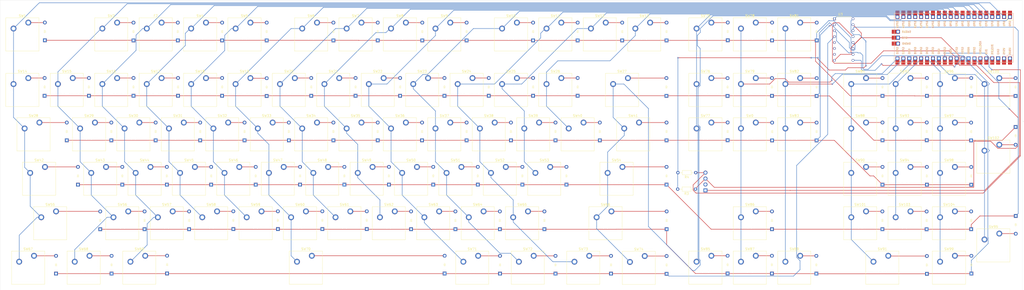
<source format=kicad_pcb>
(kicad_pcb (version 20240108) (generator "pcbnew") (generator_version "8.0")
  (layers (0 "F.Cu" signal) (31 "B.Cu" signal) (34 "B.Paste" user) (35 "F.Paste" user) (36 "B.SilkS" user "B.Silkscreen") (37 "F.SilkS" user "F.Silkscreen") (38 "B.Mask" user) (39 "F.Mask" user) (44 "Edge.Cuts" user))
  (net 0 "")
  (net 1 "row 1")
  (net 2 "Net-(D1-A)")
  (net 3 "Net-(D2-A)")
  (net 4 "Net-(D3-A)")
  (net 5 "Net-(D4-A)")
  (net 6 "Net-(D5-A)")
  (net 7 "Net-(D6-A)")
  (net 8 "Net-(D7-A)")
  (net 9 "Net-(D8-A)")
  (net 10 "Net-(D9-A)")
  (net 11 "Net-(D10-A)")
  (net 12 "Net-(D11-A)")
  (net 13 "Net-(D12-A)")
  (net 14 "row 2")
  (net 15 "Net-(D14-A)")
  (net 16 "Net-(D15-A)")
  (net 17 "Net-(D16-A)")
  (net 18 "Net-(D17-A)")
  (net 19 "Net-(D18-A)")
  (net 20 "Net-(D19-A)")
  (net 21 "Net-(D20-A)")
  (net 22 "Net-(D21-A)")
  (net 23 "Net-(D22-A)")
  (net 24 "Net-(D23-A)")
  (net 25 "Net-(D24-A)")
  (net 26 "Net-(D25-A)")
  (net 27 "Net-(D26-A)")
  (net 28 "Net-(D27-A)")
  (net 29 "row 3")
  (net 30 "Net-(D28-A)")
  (net 31 "Net-(D29-A)")
  (net 32 "Net-(D30-A)")
  (net 33 "Net-(D31-A)")
  (net 34 "Net-(D32-A)")
  (net 35 "Net-(D33-A)")
  (net 36 "Net-(D34-A)")
  (net 37 "Net-(D35-A)")
  (net 38 "Net-(D36-A)")
  (net 39 "Net-(D37-A)")
  (net 40 "Net-(D38-A)")
  (net 41 "Net-(D39-A)")
  (net 42 "Net-(D40-A)")
  (net 43 "Net-(D41-A)")
  (net 44 "Net-(D42-A)")
  (net 45 "row 4")
  (net 46 "Net-(D43-A)")
  (net 47 "Net-(D44-A)")
  (net 48 "Net-(D45-A)")
  (net 49 "Net-(D46-A)")
  (net 50 "Net-(D47-A)")
  (net 51 "Net-(D48-A)")
  (net 52 "Net-(D49-A)")
  (net 53 "Net-(D50-A)")
  (net 54 "Net-(D51-A)")
  (net 55 "Net-(D52-A)")
  (net 56 "Net-(D53-A)")
  (net 57 "Net-(D54-A)")
  (net 58 "Net-(D55-A)")
  (net 59 "row 5")
  (net 60 "Net-(D56-A)")
  (net 61 "Net-(D57-A)")
  (net 62 "Net-(D58-A)")
  (net 63 "Net-(D59-A)")
  (net 64 "Net-(D60-A)")
  (net 65 "Net-(D61-A)")
  (net 66 "Net-(D62-A)")
  (net 67 "Net-(D63-A)")
  (net 68 "Net-(D64-A)")
  (net 69 "Net-(D65-A)")
  (net 70 "Net-(D66-A)")
  (net 71 "row 6")
  (net 72 "Net-(D67-A)")
  (net 73 "Net-(D68-A)")
  (net 74 "Net-(D69-A)")
  (net 75 "Net-(D70-A)")
  (net 76 "Net-(D71-A)")
  (net 77 "Net-(D72-A)")
  (net 78 "Net-(D73-A)")
  (net 79 "Net-(D74-A)")
  (net 80 "col 3")
  (net 81 "col 2")
  (net 82 "col 1")
  (net 83 "col 4")
  (net 84 "col 5")
  (net 85 "col 6")
  (net 86 "col 7")
  (net 87 "col 8")
  (net 88 "col 9")
  (net 89 "col 10")
  (net 90 "col 11")
  (net 91 "col 12")
  (net 92 "col 13")
  (net 93 "col 14")
  (net 98 "Net-(U1-GPIO27_ADC1)")
  (net 100 "+3.3V")
  (net 110 "Net-(U1-GPIO0)")
  (net 112 "Net-(U1-GPIO26_ADC0)")
  (net 114 "GND")
  (net 115 "Net-(D75-A)")
  (net 116 "Net-(D76-A)")
  (net 117 "Net-(D77-A)")
  (net 118 "Net-(D78-A)")
  (net 119 "Net-(D79-A)")
  (net 120 "Net-(D80-A)")
  (net 121 "Net-(D81-A)")
  (net 122 "Net-(D82-A)")
  (net 123 "Net-(D83-A)")
  (net 124 "Net-(D84-A)")
  (net 125 "Net-(D85-A)")
  (net 126 "Net-(D86-A)")
  (net 127 "Net-(D87-A)")
  (net 128 "Net-(D88-A)")
  (net 129 "Net-(D89-A)")
  (net 130 "Net-(D90-A)")
  (net 131 "Net-(D91-A)")
  (net 132 "Net-(D92-A)")
  (net 133 "Net-(D93-A)")
  (net 134 "Net-(D94-A)")
  (net 135 "Net-(D95-A)")
  (net 136 "Net-(D96-A)")
  (net 137 "Net-(D97-A)")
  (net 138 "Net-(D98-A)")
  (net 139 "Net-(D99-A)")
  (net 140 "Net-(D100-A)")
  (net 141 "Net-(D101-A)")
  (net 142 "Net-(D102-A)")
  (net 143 "Net-(D103-A)")
  (net 144 "Net-(D104-A)")
  (net 145 "col 18")
  (net 146 "SDA")
  (net 147 "+5V")
  (net 148 "SCL")
  (net 149 "col 15")
  (net 150 "col 16")
  (net 151 "col 17")
  (net 152 "col 19")
  (net 153 "col 21")
  (net 154 "col 20")
  (net 172 "Net-(D13-A)")
  (footprint "ScottoKeebs_Components:Diode_DO-35" (layer "F.Cu") (at 97.5 59.66 90)
    (property "Reference" "D3" (hide yes))
    (property "Value" "D" (hide yes))
  )
  (footprint "ScottoKeebs_MX:MX_PCB_1.00u" (layer "F.Cu") (at 30.88 80.92)
    (property "Reference" "SW14")
    (property "Value" "SW_Push")
  )
  (footprint "ScottoKeebs_Components:Diode_DO-35" (layer "F.Cu") (at 88 102.5 90)
    (property "Reference" "D30" (hide yes))
    (property "Value" "D" (hide yes))
  )
  (footprint "ScottoKeebs_Components:Diode_DO-35" (layer "F.Cu") (at 221.3 102.5 90)
    (property "Reference" "D37" (hide yes))
    (property "Value" "D" (hide yes))
  )
  (footprint "ScottoKeebs_MX:MX_PCB_1.00u" (layer "F.Cu") (at 116.56 99.96)
    (property "Reference" "SW32")
    (property "Value" "SW_Push")
  )
  (footprint "ScottoKeebs_MX:MX_PCB_1.00u" (layer "F.Cu") (at 342.72 99.955)
    (property "Reference" "SW0")
    (property "Value" "SW_Push")
  )
  (footprint "ScottoKeebs_Components:Diode_DO-35" (layer "F.Cu") (at 40.5 59.62 90)
    (property "Reference" "D1" (hide yes))
    (property "Value" "D" (hide yes))
  )
  (footprint "ScottoKeebs_Components:Diode_DO-35" (layer "F.Cu") (at 135.6 59.66 90)
    (property "Reference" "D5" (hide yes))
    (property "Value" "D" (hide yes))
  )
  (footprint "ScottoKeebs_Components:Diode_DO-35" (layer "F.Cu") (at 333.15 83.47 90)
    (property "Reference" "D76" (hide yes))
    (property "Value" "D" (hide yes))
  )
  (footprint "ScottoKeebs_Components:Diode_DO-35" (layer "F.Cu") (at 183.2 59.66 90)
    (property "Reference" "D7" (hide yes))
    (property "Value" "D" (hide yes))
  )
  (footprint "ScottoKeebs_Components:Diode_DO-35" (layer "F.Cu") (at 207 121.5 90)
    (property "Reference" "D50" (hide yes))
    (property "Value" "D" (hide yes))
  )
  (footprint "ScottoKeebs_Components:Diode_DO-35" (layer "F.Cu") (at 371.325 102.525 90)
    (property "Reference" "D83" (hide yes))
    (property "Value" "D" (hide yes))
  )
  (footprint "ScottoKeebs_MX:MX_PCB_1.25u" (layer "F.Cu") (at 295.12 157.19)
    (property "Reference" "SW74")
    (property "Value" "SW_Push")
  )
  (footprint "ScottoKeebs_MX:MX_PCB_1.00u" (layer "F.Cu") (at 207 138.04)
    (property "Reference" "SW63")
    (property "Value" "SW_Push")
  )
  (footprint "ScottoKeebs_Components:Diode_DO-35" (layer "F.Cu") (at 437.625 121.55 90)
    (property "Reference" "D98" (hide yes))
    (property "Value" "D" (hide yes))
  )
  (footprint "ScottoKeebs_Components:Diode_DO-35" (layer "F.Cu") (at 159.45 140.55 90)
    (property "Reference" "D60" (hide yes))
    (property "Value" "D" (hide yes))
  )
  (footprint "ScottoKeebs_Components:Diode_DO-35" (layer "F.Cu") (at 437.6 140.6 90)
    (property "Reference" "D104" (hide yes))
    (property "Value" "D" (hide yes))
  )
  (footprint "ScottoKeebs_MX:MX_PCB_1.00u" (layer "F.Cu") (at 121.32 119)
    (property "Reference" "SW46")
    (property "Value" "SW_Push")
  )
  (footprint "ScottoKeebs_Components:Diode_DO-35" (layer "F.Cu") (at 216.5 140.6 90)
    (property "Reference" "D63" (hide yes))
    (property "Value" "D" (hide yes))
  )
  (footprint "ScottoKeebs_MX:MX_PCB_1.00u" (layer "F.Cu") (at 64.2 119)
    (property "Reference" "SW43")
    (property "Value" "SW_Push")
  )
  (footprint "ScottoKeebs_Components:Diode_DO-35" (layer "F.Cu") (at 249.8 83.4 90)
    (property "Reference" "D25" (hide yes))
    (property "Value" "D" (hide yes))
  )
  (footprint "ScottoKeebs_Components:Diode_DO-35" (layer "F.Cu") (at 352.2 140.6 90)
    (property "Reference" "D86" (hide yes))
    (property "Value" "D" (hide yes))
  )
  (footprint "ScottoKeebs_MX:MX_PCB_1.00u" (layer "F.Cu") (at 173.68 57.12)
    (property "Reference" "SW7")
    (property "Value" "SW_Push")
  )
  (footprint "ScottoKeebs_Components:Diode_DO-35" (layer "F.Cu") (at 49.9 102.5 90)
    (property "Reference" "D28" (hide yes))
    (property "Value" "D" (hide yes))
  )
  (footprint "ScottoKeebs_Components:Diode_DO-35" (layer "F.Cu") (at 145.1 102.5 90)
    (property "Reference" "D33" (hide yes))
    (property "Value" "D" (hide yes))
  )
  (footprint "ScottoKeebs_MX:MX_PCB_1.00u" (layer "F.Cu") (at 361.76 80.915)
    (property "Reference" "SW82")
    (property "Value" "SW_Push")
  )
  (footprint "ScottoKeebs_Components:Diode_DO-35" (layer "F.Cu") (at 116.5 59.66 90)
    (property "Reference" "D4" (hide yes))
    (property "Value" "D" (hide yes))
  )
  (footprint "ScottoKeebs_MX:MX_PCB_1.00u" (layer "F.Cu") (at 226.04 138.04)
    (property "Reference" "SW64")
    (property "Value" "SW_Push")
  )
  (footprint "ScottoKeebs_MX:MX_PCB_1.00u" (layer "F.Cu") (at 342.72 57.115)
    (property "Reference" "SW78")
    (property "Value" "SW_Push")
  )
  (footprint "ScottoKeebs_MX:MX_PCB_1.00u" (layer "F.Cu") (at 390 80.915)
    (property "Reference" "SW84")
    (property "Value" "SW_Push")
  )
  (footprint "ScottoKeebs_MX:MX_PCB_1.00u" (layer "F.Cu") (at 428.08 99.955)
    (property "Reference" "SW97")
    (property "Value" "SW_Push")
  )
  (footprint "ScottoKeebs_Components:Diode_DO-35" (layer "F.Cu") (at 352.25 59.645 90)
    (property "Reference" "D78" (hide yes))
    (property "Value" "D" (hide yes))
  )
  (footprint "ScottoKeebs_MX:MX_PCB_1.00u" (layer "F.Cu") (at 192.72 57.12)
    (property "Reference" "SW8")
    (property "Value" "SW_Push")
  )
  (footprint "ScottoKeebs_Components:Diode_DO-35" (layer "F.Cu") (at 399.575 121.525 90)
    (property "Reference" "D90" (hide yes))
    (property "Value" "D" (hide yes))
  )
  (footprint "ScottoKeebs_MX:MX_PCB_1.00u" (layer "F.Cu") (at 130.84 138.04)
    (property "Reference" "SW59")
    (property "Value" "SW_Push")
  )
  (footprint "ScottoKeebs_Components:Diode_DO-35" (layer "F.Cu") (at 164.2 102.5 90)
    (property "Reference" "D34" (hide yes))
    (property "Value" "D" (hide yes))
  )
  (footprint "ScottoKeebs_MX:MX_PCB_1.00u" (layer "F.Cu") (at 73.72 138.04)
    (property "Reference" "SW56")
    (property "Value" "SW_Push")
  )
  (footprint "ScottoKeebs_Components:Diode_DO-35" (layer "F.Cu") (at 92.8 121.51 90)
    (property "Reference" "D44" (hide yes))
    (property "Value" "D" (hide yes))
  )
  (footprint "ScottoKeebs_Components:Diode_DO-35" (layer "F.Cu") (at 45.3 159.635 90)
    (property "Reference" "D67" (hide yes))
    (property "Value" "D" (hide yes))
  )
  (footprint "ScottoKeebs_Components:Diode_DO-35" (layer "F.Cu") (at 235.625 159.65 90)
    (property "Reference" "D71" (hide yes))
    (property "Value" "D" (hide yes))
  )
  (footprint "ScottoKeebs_Components:Diode_DO-35" (layer "F.Cu") (at 333.175 159.6 90)
    (property "Reference" "D85" (hide yes))
    (property "Value" "D" (hide yes))
  )
  (footprint "ScottoKeebs_MX:MX_PCB_1.00u" (layer "F.Cu") (at 409.04 99.955)
    (property "Reference" "SW93")
    (property "Value" "SW_Push")
  )
  (footprint "Keyboard-Saturn:DIP794W45P254L1969H508Q16" (layer "F.Cu") (at 382.97 59.31)
    (property "Reference" "U3")
    (property "Value" "SN74HC165N")
  )
  (footprint "ScottoKeebs_MX:MX_PCB_1.00u" (layer "F.Cu") (at 235.56 119)
    (property "Reference" "SW52")
    (property "Value" "SW_Push")
  )
  (footprint "ScottoKeebs_Components:Diode_DO-35" (layer "F.Cu") (at 135.6 83.5 90)
    (property "Reference" "D19" (hide yes))
    (property "Value" "D" (hide yes))
  )
  (footprint "ScottoKeebs_Components:Diode_DO-35" (layer "F.Cu") (at 221.3 59.66 90)
    (property "Reference" "D9" (hide yes))
    (property "Value" "D" (hide yes))
  )
  (footprint "ScottoKeebs_Components:Diode_DO-35" (layer "F.Cu") (at 211.875 159.6 90)
    (property "Reference" "D70" (hide yes))
    (property "Value" "D" (hide yes))
  )
  (footprint "ScottoKeebs_MX:MX_PCB_1.00u" (layer "F.Cu") (at 323.68 57.115)
    (property "Reference" "SW75")
    (property "Value" "SW_Push")
  )
  (footprint "ScottoKeebs_MX:MX_PCB_1.00u" (layer "F.Cu") (at 278.4 57.12)
    (property "Reference" "SW12")
    (property "Value" "SW_Push")
  )
  (footprint "ScottoKeebs_Components:Diode_DO-35" (layer "F.Cu") (at 264.1 121.5 90)
    (property "Reference" "D53" (hide yes))
    (property "Value" "D" (hide yes))
  )
  (footprint "ScottoKeebs_Components:Diode_DO-35" (layer "F.Cu") (at 116.5 83.4 90)
    (property "Reference" "D18" (hide yes))
    (property "Value" "D" (hide yes))
  )
  (footprint "ScottoKeebs_Components:OLED_128x32" (layer "F.Cu") (at 322.08 114.175)
    (property "Reference" "J1" (hide yes))
    (property "Value" "OLED_128x32")
  )
  (footprint "ScottoKeebs_MX:MX_PCB_1.00u" (layer "F.Cu") (at 240.32 57.12)
    (property "Reference" "SW10")
    (property "Value" "SW_Push")
  )
  (footprint "ScottoKeebs_MX:MX_PCB_1.00u" (layer "F.Cu") (at 211.76 99.96)
    (property "Reference" "SW37")
    (property "Value" "SW_Push")
  )
  (footprint "ScottoKeebs_Components:Diode_DO-35" (layer "F.Cu") (at 149.9 121.5 90)
    (property "Reference" "D47" (hide yes))
    (property "Value" "D" (hide yes))
  )
  (footprint "ScottoKeebs_MX:MX_PCB_1.00u" (layer "F.Cu") (at 192.72 99.96)
    (property "Reference" "SW36")
    (property "Value" "SW_Push")
  )
  (footprint "ScottoKeebs_MX:MX_PCB_1.00u" (layer "F.Cu") (at 78.48 99.96)
    (property "Reference" "SW30")
    (property "Value" "SW_Push")
  )
  (footprint "ScottoKeebs_MX:MX_PCB_1.00u" (layer "F.Cu") (at 216.52 119)
    (property "Reference" "SW51")
    (property "Value" "SW_Push")
  )
  (footprint "ScottoKeebs_Components:Diode_DO-35" (layer "F.Cu") (at 245.2 121.5 90)
    (property "Reference" "D52" (hide yes))
    (property "Value" "D" (hide yes))
  )
  (footprint "ScottoKeebs_Components:Diode_DO-35" (layer "F.Cu") (at 202.3 59.66 90)
    (property "Reference" "D8" (hide yes))
    (property "Value" "D" (hide yes))
  )
  (footprint "ScottoKeebs_MX:MX_PCB_1.00u" (layer "F.Cu") (at 361.76 99.955)
    (property "Reference" "SW83")
    (property "Value" "SW_Push")
  )
  (footprint "ScottoKeebs_MX:MX_PCB_1.00u" (layer "F.Cu") (at 49.92 80.92)
    (property "Reference" "SW15")
    (property "Value" "SW_Push")
  )
  (footprint "ScottoKeebs_MX:MX_PCB_1.00u" (layer "F.Cu") (at 323.68 80.915)
    (property "Reference" "SW76")
    (property "Value" "SW_Push")
  )
  (footprint "ScottoKeebs_Components:Diode_DO-35" (layer "F.Cu") (at 78.5 59.67 90)
    (property "Reference" "D2" (hide yes))
    (property "Value" "D" (hide yes))
  )
  (footprint "ScottoKeebs_MX:MX_PCB_1.00u" (layer "F.Cu") (at 173.68 99.96)
    (property "Reference" "SW35")
    (property "Value" "SW_Push")
  )
  (footprint "ScottoKeebs_Components:Diode_DO-35" (layer "F.Cu") (at 259.4 159.65 90)
    (property "Reference" "D72" (hide yes))
    (property "Value" "D" (hide yes))
  )
  (footprint "ScottoKeebs_MX:MX_PCB_1.00u" (layer "F.Cu") (at 447.12 80.915)
    (property "Reference" "SW100")
    (property "Value" "SW_Push")
  )
  (footprint "ScottoKeebs_Components:Diode_DO-35" (layer "F.Cu") (at 283.2 159.65 90)
    (property "Reference" "D73" (hide yes))
    (property "Value" "D" (hide yes))
  )
  (footprint "ScottoKeebs_MX:MX_PCB_1.00u" (layer "F.Cu") (at 30.88 57.12)
    (property "Reference" "SW1")
    (property "Value" "SW_Push")
  )
  (footprint "ScottoKeebs_Components:Diode_DO-35" (layer "F.Cu") (at 230.8 83.4 90)
    (property "Reference" "D24" (hide yes))
    (property "Value" "D" (hide yes))
  )
  (footprint "ScottoKeebs_Components:Diode_DO-35" (layer "F.Cu") (at 307 59.66 90)
    (property "Reference" "D13" (hide yes))
    (property "Value" "D" (hide yes))
  )
  (footprint "ScottoKeebs_MX:MX_PCB_1.75u" (layer "F.Cu") (at 38.02 119.005)
    (property "Reference" "SW42")
    (property "Value" "SW_Push")
  )
  (footprint "ScottoKeebs_MX:MX_PCB_1.25u" (layer "F.Cu") (at 247.52 157.08)
    (property "Reference" "SW72")
    (property "Value" "SW_Push")
  )
  (footprint "ScottoKeebs_MX:MX_PCB_1.00u" (layer "F.Cu") (at 361.76 57.115)
    (property "Reference" "SW81")
    (property "Value" "SW_Push")
  )
  (footprint "ScottoKeebs_MX:MX_PCB_1.00u" (layer "F.Cu") (at 154.64 99.96)
    (property "Reference" "SW34")
    (property "Value" "SW_Push")
  )
  (footprint "Resistor_THT:R_Axial_DIN0204_L3.6mm_D1.6mm_P7.62mm_Horizontal" (layer "F.Cu") (at 319.5 116.35 180)
    (property "Reference" "R4")
    (property "Value" "2k")
  )
  (footprint "ScottoKeebs_MX:MX_PCB_1.00u" (layer "F.Cu") (at 88 80.92)
    (property "Reference" "SW17")
    (property "Value" "SW_Push")
  )
  (footprint "ScottoKeebs_MX:MX_PCB_2.00u_90deg" (layer "F.Cu") (at 447.12 147.555)
    (property "Reference" "SW95")
    (property "Value" "SW_Push")
  )
  (footprint "ScottoKeebs_Components:Diode_DO-35" (layer "F.Cu") (at 40.4 83.41 90)
    (property "Reference" "D14" (hide yes))
    (property "Value" "D" (hide yes))
  )
  (footprint "ScottoKeebs_Components:Diode_DO-35" (layer "F.Cu") (at 107.1 102.5 90)
    (property "Reference" "D31" (hide yes))
    (property "Value" "D" (hide yes))
  )
  (footprint "ScottoKeebs_MX:MX_PCB_1.00u" (layer "F.Cu") (at 245.08 138.04)
    (property "Reference" "SW65")
    (property "Value" "SW_Push")
  )
  (footprint "ScottoKeebs_MX:MX_PCB_1.00u" (layer "F.Cu") (at 254.6 119)
    (property "Reference" "SW53")
    (property "Value" "SW_Push")
  )
  (footprint "ScottoKeebs_MX:MX_PCB_1.50u" (layer "F.Cu") (at 35.64 99.96)
    (property "Reference" "SW28")
    (property "Value" "SW_Push")
  )
  (footprint "ScottoKeebs_MX:MX_PCB_1.00u" (layer "F.Cu") (at 83.24 119)
    (property "Reference" "SW44")
    (property "Value" "SW_Push")
  )
  (footprint "ScottoKeebs_Components:Diode_DO-35" (layer "F.Cu") (at 399.575 83.425 90)
    (property "Reference" "D84" (hide yes))
    (property "Value" "D" (hide yes))
  )
  (footprint "ScottoKeebs_MX:MX_PCB_1.25u" (layer "F.Cu") (at 33.32 157.08)
    (property "Reference" "SW67")
    (property "Value" "SW_Push")
  )
  (footprint "ScottoKeebs_Components:Diode_DO-35" (layer "F.Cu") (at 456.65 96.775 -90)
    (property "Reference" "D102" (hide yes))
    (property "Value" "D" (hide yes))
  )
  (footprint "ScottoKeebs_Components:Diode_DO-35" (layer "F.Cu") (at 418.55 102.475 90)
    (property "Reference" "D93" (hide yes))
    (property "Value" "D" (hide yes))
  )
  (footprint "ScottoKeebs_MX:MX_PCB_1.25u" (layer "F.Cu") (at 57.12 157.08)
    (property "Reference" "SW68")
    (property "Value" "SW_Push")
  )
  (footprint "ScottoKeebs_Components:Diode_DO-35" (layer "F.Cu") (at 183.2 102.5 90)
    (property "Reference" "D35" (hide yes))
    (property "Value" "D" (hide yes))
  )
  (footprint "ScottoKeebs_MX:MX_PCB_1.00u" (layer "F.Cu") (at 240.32 80.92)
    (property "Reference" "SW25")
    (property "Value" "SW_Push")
  )
  (footprint "ScottoKeebs_Components:Diode_DO-35" (layer "F.Cu") (at 278.4 102.5 90)
    (property "Reference" "D40" (hide yes))
    (property "Value" "D" (hide yes))
  )
  (footprint "ScottoKeebs_Components:Diode_DO-35" (layer "F.Cu") (at 418.5 140.625 90)
    (property "Reference" "D103" (hide yes))
    (property "Value" "D" (hide yes))
  )
  (footprint "ScottoKeebs_Components:Diode_DO-35" (layer "F.Cu") (at 456.7 134.925 -90)
    (property "Reference" "D95" (hide yes))
    (property "Value" "D" (hide yes))
  )
  (footprint "ScottoKeebs_MX:MX_PCB_1.00u" (layer "F.Cu") (at 187.96 138.04)
    (property "Reference" "SW62")
    (property "Value" "SW_Push")
  )
  (footprint "Resistor_THT:R_Axial_DIN0204_L3.6mm_D1.6mm_P7.62mm_Horizontal" (layer "F.Cu") (at 319.4 123.425 180)
    (property "Reference" "R3")
    (property "Value" "2k")
  )
  (footprint "ScottoKeebs_MX:MX_PCB_1.00u" (layer "F.Cu") (at 230.8 99.96)
    (property "Reference" "SW38")
    (property "Value" "SW_Push")
  )
  (footprint "ScottoKeebs_Components:Diode_DO-35" (layer "F.Cu") (at 54.7 121.51 90)
    (property "Reference" "D42" (hide yes))
    (property "Value" "D" (hide yes))
  )
  (footprint "ScottoKeebs_MX:MX_PCB_1.00u" (layer "F.Cu") (at 111.8 138.04)
    (property "Reference" "SW58")
    (property "Value" "SW_Push")
  )
  (footprint "ScottoKeebs_MX:MX_PCB_1.00u" (layer "F.Cu") (at 297.44 57.12)
    (property "Reference" "SW13")
    (property "Value" "SW_Push")
  )
  (footprint "ScottoKeebs_Components:Diode_DO-35" (layer "F.Cu") (at 69.1 159.635 90)
    (property "Reference" "D68" (hide yes))
    (property "Value" "D" (hide yes))
  )
  (footprint "ScottoKeebs_Components:Diode_DO-35" (layer "F.Cu") (at 168.9 121.5 90)
    (property "Reference" "D48" (hide yes))
    (property "Value" "D" (hide yes))
  )
  (footprint "ScottoKeebs_MX:MX_PCB_1.00u" (layer "F.Cu") (at 202.24 80.92)
    (property "Reference" "SW23")
    (property "Value" "SW_Push")
  )
  (footprint "ScottoKeebs_MX:MX_PCB_1.00u" (layer "F.Cu") (at 183.2 80.92)
    (property "Reference" "SW22")
    (property "Value" "SW_Push")
  )
  (footprint "ScottoKeebs_MX:MX_PCB_1.00u" (layer "F.Cu") (at 390 99.955)
    (property "Reference" "SW88")
    (property "Value" "SW_Push")
  )
  (footprint "ScottoKeebs_MX:MX_PCB_1.00u" (layer "F.Cu") (at 145.12 80.92)
    (property "Reference" "SW20")
    (property "Value" "SW_Push")
  )
  (footprint "ScottoKeebs_MX:MX_PCB_1.00u" (layer "F.Cu") (at 107.04 80.92)
    (property "Reference" "SW18")
    (property "Value" "SW_Push")
  )
  (footprint "ScottoKeebs_MX:MX_PCB_1.00u" (layer "F.Cu") (at 135.6 99.96)
    (property "Reference" "SW33")
    (property "Value" "SW_Push")
  )
  (footprint "ScottoKeebs_MX:MX_PCB_1.00u" (layer "F.Cu") (at 154.64 57.12)
    (property "Reference" "SW6")
    (property "Value" "SW_Push")
  )
  (footprint "ScottoKeebs_Components:Diode_DO-35" (layer "F.Cu") (at 307 121.5 90)
    (property "Reference" "D54" (hide yes))
    (property "Value" "D" (hide yes))
  )
  (footprint "ScottoKeebs_MX:MX_PCB_2.00u" (layer "F.Cu") (at 399.52 157.075)
    (property "Reference" "SW91")
    (property "Value" "SW_Push")
  )
  (footprint "ScottoKeebs_MX:MX_PCB_1.00u" (layer "F.Cu") (at 323.68 157.075)
    (property "Reference" "SW85")
    (property "Value" "SW_Push")
  )
  (footprint "ScottoKeebs_Components:Diode_DO-35" (layer "F.Cu") (at 173.7 83.4 90)
    (property "Reference" "D21" (hide yes))
    (property "Value" "D" (hide yes))
  )
  (footprint "ScottoKeebs_Components:Diode_DO-35" (layer "F.Cu") (at 121.3 140.55 90)
    (property "Reference" "D58" (hide yes))
    (property "Value" "D" (hide yes))
  )
  (footprint "ScottoKeebs_Components:Diode_DO-35" (layer "F.Cu") (at 399.525 140.6 90)
    (property "Reference" "D101" (hide yes))
    (property "Value" "D" (hide yes))
  )
  (footprint "ScottoKeebs_MX:MX_PCB_1.00u" (layer "F.Cu") (at 221.28 80.92)
    (property "Reference" "SW24")
    (property "Value" "SW_Push")
  )
  (footprint "ScottoKeebs_Components:Diode_DO-35" (layer "F.Cu") (at 249.8 59.66 90)
    (property "Reference" "D10" (hide yes))
    (property "Value" "D" (hide yes))
  )
  (footprint "ScottoKeebs_Components:Diode_DO-35" (layer "F.Cu") (at 202.2 102.5 90)
    (property "Reference" "D36" (hide yes))
    (property "Value" "D" (hide yes))
  )
  (footprint "ScottoKeebs_Components:Diode_DO-35" (layer "F.Cu") (at 164.2 59.66 90)
    (property "Reference" "D6" (hide yes))
    (property "Value" "D" (hide yes))
  )
  (footprint "ScottoKeebs_Components:Diode_DO-35" (layer "F.Cu") (at 126.1 102.5 90)
    (property "Reference" "D32" (hide yes))
    (property "Value" "D" (hide yes))
  )
  (footprint "ScottoKeebs_MX:MX_PCB_1.00u" (layer "F.Cu") (at 268.88 99.96)
    (property "Reference" "SW40")
    (property "Value" "SW_Push")
  )
  (footprint "ScottoKeebs_MX:MX_PCB_1.00u" (layer "F.Cu") (at 97.52 99.96)
    (property "Reference" "SW31")
    (property "Value" "SW_Push")
  )
  (footprint "ScottoKeebs_Components:Diode_DO-35" (layer "F.Cu") (at 437.575 102.525 90)
    (property "Reference" "D97" (hide yes))
    (property "Value" "D" (hide yes))
  )
  (footprint "ScottoKeebs_MX:MX_PCB_1.00u" (layer "F.Cu") (at 249.84 99.96)
    (property "Reference" "SW39")
    (property "Value" "SW_Push")
  )
  (footprint "ScottoKeebs_Components:Diode_DO-35" (layer "F.Cu") (at 456.625 83.46 90)
    (property "Reference" "D100" (hide yes))
    (property "Value" "D" (hide yes))
  )
  (footprint "ScottoKeebs_MX:MX_PCB_1.00u" (layer "F.Cu") (at 409.04 80.915)
    (property "Reference" "SW92")
    (property "Value" "SW_Push")
  )
  (footprint "ScottoKeebs_Components:Diode_DO-35" (layer "F.Cu") (at 69 102.5 90)
    (property "Reference" "D29" (hide yes))
    (property "Value" "D" (hide yes))
  )
  (footprint "ScottoKeebs_Components:Diode_DO-35" (layer "F.Cu") (at 192.8 83.41 90)
    (property "Reference" "D22" (hide yes))
    (property "Value" "D" (hide yes))
  )
  (footprint "ScottoKeebs_MX:MX_PCB_1.00u" (layer "F.Cu") (at 409.04 138.035)
    (property "Reference" "SW103")
    (property "Value" "SW_Push")
  )
  (footprint "ScottoKeebs_MX:MX_PCB_1.00u" (layer "F.Cu") (at 211.76 57.12)
    (property "Reference" "SW9")
    (property "Value" "SW_Push")
  )
  (footprint "ScottoKeebs_MX:MX_PCB_1.25u" (layer "F.Cu") (at 271.335 157.09)
    (property "Reference" "SW73")
    (property "Value" "SW_Push")
  )
  (footprint "ScottoKeebs_Components:Diode_DO-35" (layer "F.Cu") (at 288 59.66 90)
    (property "Reference" "D12" (hide yes))
    (property "Value" "D" (hide yes))
  )
  (footprint "ScottoKeebs_Components:Diode_DO-35" (layer "F.Cu") (at 306.95 83.435 90)
    (property "Reference" "D27" (hide yes))
    (property "Value" "D" (hide yes))
  )
  (footprint "ScottoKeebs_Components:Diode_DO-35" (layer "F.Cu") (at 240.3 102.5 90)
    (property "Reference" "D38" (hide yes))
    (property "Value" "D" (hide yes))
  )
  (footprint "ScottoKeebs_Components:Diode_DO-35" (layer "F.Cu") (at 371.225 159.65 90)
    (property "Reference" "D89" (hide yes))
    (property "Value" "D" (hide yes))
  )
  (footprint "ScottoKeebs_Components:Diode_DO-35" (layer "F.Cu") (at 102.35 140.6 90)
    (property "Reference" "D57" (hide yes))
    (property "Value" "D" (hide yes))
  )
  (footprint "ScottoKeebs_MX:MX_PCB_1.00u" (layer "F.Cu") (at 342.72 157.075)
    (property "Reference" "SW87")
    (property "Value" "SW_Push")
  )
  (footprint "ScottoKeebs_Components:Diode_DO-35" (layer "F.Cu") (at 352.2 83.42 90)
    (property "Reference" "D79" (hide yes))
    (property "Value" "D" (hide yes))
  )
  (footprint "ScottoKeebs_MX:MX_PCB_1.00u" (layer "F.Cu") (at 342.72 138.035)
    (property "Reference" "SW86")
    (property "Value" "SW_Push")
  )
  (footprint "ScottoKeebs_Components:Diode_DO-35" (layer "F.Cu") (at 371.375 59.665 90)
    (property "Reference" "D81" (hide yes))
    (property "Value" "D" (hide yes))
  )
  (footprint "ScottoKeebs_Components:Diode_DO-35" (layer "F.Cu") (at 111.8 121.51 90)
    (property "Reference" "D45" (hide yes))
    (property "Value" "D" (hide yes))
  )
  (footprint "ScottoKeebs_MX:MX_PCB_1.00u" (layer "F.Cu") (at 259.36 80.92)
    (property "Reference" "SW26")
    (property "Value" "SW_Push")
  )
  (footprint "ScottoKeebs_MX:MX_PCB_1.00u" (layer "F.Cu") (at 168.92 138.04)
    (property "Reference" "SW61")
    (property "Value" "SW_Push")
  )
  (footprint "ScottoKeebs_Components:Diode_DO-35" (layer "F.Cu") (at 73.7 121.51 90)
    (property "Reference" "D43" (hide yes))
    (property "Value" "D" (hide yes))
  )
  (footprint "ScottoKeebs_Components:Diode_DO-35" (layer "F.Cu") (at 130.9 121.51 90)
    (property "Reference" "D46" (hide yes))
    (property "Value" "D" (hide yes))
  )
  (footprint "ScottoKeebs_MX:MX_PCB_1.00u" (layer "F.Cu") (at 428.08 80.915)
    (property "Reference" "SW96")
    (property "Value" "SW_Push")
  )
  (footprint "ScottoKeebs_MX:MX_PCB_1.00u" (layer "F.Cu") (at 140.36 119)
    (property "Reference" "SW47")
    (property "Value" "SW_Push")
  )
  (footprint "ScottoKeebs_MX:MX_PCB_1.00u" (layer "F.Cu") (at 164.16 80.92)
    (property "Reference" "SW21")
    (property "Value" "SW_Push")
  )
  (footprint "ScottoKeebs_Components:Diode_DO-35" (layer "F.Cu") (at 97.6 83.4 90)
    (property "Reference" "D17" (hide yes))
    (property "Value" "D" (hide yes))
  )
  (footprint "ScottoKeebs_MX:MX_PCB_2.00u_90deg" (layer "F.Cu") (at 447.12 109.475)
    (property "Reference" "SW102")
    (property "Value" "SW_Push")
  )
  (footprint "ScottoKeebs_MX:MX_PCB_1.00u" (layer "F.Cu") (at 428.08 157.075)
    (property "Reference" "SW99")
    (property "Value" "SW_Push")
  )
  (footprint "ScottoKeebs_Components:Diode_DO-35" (layer "F.Cu") (at 399.575 102.475 90)
    (property "Reference" "D88" (hide yes))
    (property "Value" "D" (hide yes))
  )
  (footprint "ScottoKeebs_MX:MX_PCB_1.00u" (layer "F.Cu") (at 259.36 57.12)
    (property "Reference" "SW11")
    (property "Value" "SW_Push")
  )
  (footprint "ScottoKeebs_Components:Diode_DO-35" (layer "F.Cu") (at 333.25 59.615 90)
    (property "Reference" "D75" (hide yes))
    (property "Value" "D" (hide yes))
  )
  (footprint "ScottoKeebs_MX:MX_PCB_1.00u" (layer "F.Cu") (at 159.4 119)
    (property "Reference" "SW48")
    (property "Value" "SW_Push")
  )
  (footprint "ScottoKeebs_Components:Diode_DO-35" (layer "F.Cu") (at 59.4 83.4 90)
    (property "Reference" "D15" (hide yes))
    (property "Value" "D" (hide yes))
  )
  (footprint "ScottoKeebs_MX:MX_PCB_1.25u" (layer "F.Cu") (at 223.72 157.08)
    (property "Reference" "SW71")
    (property "Value" "SW_Push")
  )
  (footprint "ScottoKeebs_MX:MX_PCB_2.00u" (layer "F.Cu") (at 287.92 80.92)
    (property "Reference" "SW27")
    (property "Value" "SW_Push")
  )
  (footprint "ScottoKeebs_Components:Diode_DO-35" (layer "F.Cu") (at 140.4 140.55 90)
    (property "Reference" "D59" (hide yes))
    (property "Value" "D" (hide yes))
  )
  (footprint "ScottoKeebs_MX:MX_PCB_1.00u" (layer "F.Cu") (at 68.96 80.92)
    (property "Reference" "SW16")
    (property "Value" "SW_Push")
  )
  (footprint "ScottoKeebs_Components:Diode_DO-35" (layer "F.Cu") (at 154.7 83.41 90)
    (property "Reference" "D20" (hide yes))
    (property "Value" "D" (hide yes))
  )
  (footprint "ScottoKeebs_Components:Diode_DO-35" (layer "F.Cu") (at 268.9 83.4 90)
    (property "Reference" "D26" (hide yes))
    (property "Value" "D" (hide yes))
  )
  (footprint "ScottoKeebs_MX:MX_PCB_1.00u" (layer "F.Cu") (at 68.96 57.12)
    (property "Reference" "SW2")
    (property "Value" "SW_Push")
  )
  (footprint "ScottoKeebs_Components:Diode_DO-35" (layer "F.Cu") (at 333.2 102.47 90)
    (property "Reference" "D77" (hide yes))
    (property "Value" "D" (hide yes))
  )
  (footprint "ScottoKeebs_MX:MX_PCB_1.00u" (layer "F.Cu") (at 92.76 138.04)
    (property "Reference" "SW57")
    (property "Value" "SW_Push")
  )
  (footprint "ScottoKeebs_Components:Diode_DO-35" (layer "F.Cu") (at 188 121.5 90)
    (property "Reference" "D49" (hide yes))
    (property "Value" "D" (hide yes))
  )
  (footprint "ScottoKeebs_MX:MX_PCB_1.00u" (layer "F.Cu") (at 102.28 119)
    (property "Reference" "SW45")
    (property "Value" "SW_Push")
  )
  (footprint "ScottoKeebs_Components:Diode_DO-35" (layer "F.Cu") (at 352.275 102.525 90)
    (property "Reference" "D80" (hide yes))
    (property "Value" "D" (hide yes))
  )
  (footprint "ScottoKeebs_MX:MX_PCB_1.00u" (layer "F.Cu") (at 149.88 138.04)
    (property "Reference" "SW60")
    (property "Value" "SW_Push")
  )
  (footprint "ScottoKeebs_Components:Diode_DO-35" (layer "F.Cu") (at 418.6 159.725 90)
    (property "Reference" "D91" (hide yes))
    (property "Value" "D" (hide yes))
  )
  (footprint "ScottoKeebs_Components:Diode_DO-35" (layer "F.Cu") (at 178.5 140.55 90)
    (property "Reference" "D61" (hide yes))
    (property "Value" "D" (hide yes))
  )
  (footprint "ScottoKeebs_Components:Diode_DO-35" (layer "F.Cu") (at 437.675 159.625 90)
    (property "Reference" "D99" (hide yes))
    (property "Value" "D" (hide yes))
  )
  (footprint "ScottoKeebs_MX:MX_PCB_1.00u" (layer "F.Cu") (at 390 118.995)
    (property "Reference" "SW90")
    (property "Value" "SW_Push")
  )
  (footprint "ScottoKeebs_MX:MX_PCB_1.00u" (layer "F.Cu") (at 197.48 119)
    (property "Reference" "SW50")
    (property "Value" "SW_Push")
  )
  (footprint "ScottoKeebs_Components:Diode_DO-35" (layer "F.Cu") (at 307.05 140.6 90)
    (property "Reference" "D66" (hide yes))
    (property "Value" "D" (hide yes))
  )
  (footprint "ScottoKeebs_MX:MX_PCB_2.25u" (layer "F.Cu") (at 42.77 138.04)
    (property "Reference" "SW55")
    (property "Value" "SW_Push")
  )
  (footprint "ScottoKeebs_Components:Diode_DO-35" (layer "F.Cu") (at 92.9 159.575 90)
    (property "Reference" "D69" (hide yes))
    (property "Value" "D" (hide yes))
  )
  (footprint "ScottoKeebs_MX:MX_PCB_1.00u" (layer "F.Cu") (at 361.76 157.075)
    (property "Reference" "SW89")
    (property "Value" "SW_Push")
  )
  (footprint "ScottoKeebs_MX:MX_PCB_1.00u" (layer "F.Cu") (at 390 138.035)
    (property "Reference" "SW101")
    (property "Value" "SW_Push")
  )
  (footprint "ScottoKeebs_Components:Diode_DO-35" (layer "F.Cu") (at 254.65 140.6 90)
    (property "Reference" "D65" (hide yes))
    (property "Value" "D" (hide yes))
  )
  (footprint "ScottoKeebs_MX:MX_PCB_1.00u" (layer "F.Cu") (at 323.68 99.955)
    (property "Reference" "SW77")
    (property "Value" "SW_Push")
  )
  (footprint "ScottoKeebs_MX:MX_PCB_6.25u" (layer "F.Cu") (at 152.405 157.075)
    (property "Reference" "SW70")
    (property "Value" "SW_Push")
  )
  (footprint "ScottoKeebs_MX:MX_PCB_1.00u" (layer "F.Cu") (at 88 57.12)
    (property "Reference" "F2")
    (property "Value" "SW_Push")
  )
  (footprint "ScottoKeebs_MX:MX_PCB_1.00u" (layer "F.Cu") (at 107.04 57.12)
    (property "Reference" "SW4")
    (property "Value" "SW_Push")
  )
  (footprint "ScottoKeebs_MX:MX_PCB_1.50u" (layer "F.Cu") (at 292.68 99.96)
    (property "Reference" "SW41")
    (property "Value" "SW_Push")
  )
  (footprint "ScottoKeebs_MX:MX_PCB_1.00u" (layer "F.Cu") (at 342.72 80.915)
    (property "Reference" "SW79")
    (property "Value" "SW_Push")
  )
  (footprint "ScottoKeebs_Components:Diode_DO-35" (layer "F.Cu") (at 235.55 140.6 90)
    (property "Reference" "D64" (hide yes))
    (property "Value" "D" (hide yes))
  )
  (footprint "ScottoKeebs_Components:Diode_DO-35" (layer "F.Cu") (at 211.8 83.41 90)
    (property "Reference" "D23" (hide yes))
    (property "Value" "D" (hide yes))
  )
  (footprint "ScottoKeebs_Components:Diode_DO-35" (layer "F.Cu") (at 83.25 140.6 90)
    (property "Reference" "D56" (hide yes))
    (property "Value" "D" (hide yes))
  )
  (footprint "ScottoKeebs_Components:Diode_DO-35" (layer "F.Cu") (at 226.1 121.5 90)
    (property "Reference" "D51" (hide yes))
    (property "Value" "D" (hide yes))
  )
  (footprint "ScottoKeebs_MX:MX_PCB_1.00u" (layer "F.Cu") (at 409.04 118.995)
    (property "Reference" "SW94")
    (property "Value" "SW_Push")
  )
  (footprint "ScottoKeebs_Components:Diode_DO-35" (layer "F.Cu") (at 418.6 83.425 90)
    (property "Reference" "D92" (hide yes))
    (property "Value" "D" (hide yes))
  )
  (footprint "ScottoKeebs_Components:Diode_DO-35" (layer "F.Cu") (at 371.35 83.47 90)
    (property "Reference" "D82" (hide yes))
    (property "Value" "D" (hide yes))
  )
  (footprint "ScottoKeebs_MX:MX_PCB_2.25u" (layer "F.Cu") (at 285.56 119)
    (property "Reference" "SW54")
    (property "Value" "SW_Push")
  )
  (footprint "ScottoKeebs_Components:Diode_DO-35" (layer "F.Cu") (at 437.625 83.425 90)
    (property "Reference" "D96" (hide yes))
    (property "Value" "D" (hide yes))
  )
  (footprint "ScottoKeebs_MCU:Raspberry_Pi_Pico" (layer "F.Cu") (at 430.11 58.505 -90)
    (property "Reference" "U1" (hide yes))
    (property "Value" "Raspberry_Pi_Pico" (hide yes))
  )
  (footprint "ScottoKeebs_MX:MX_PCB_2.75u" (layer "F.Cu") (at 280.84 138.04)
    (property "Reference" "SW66")
    (property "Value" "SW_Push")
  )
  (footprint "ScottoKeebs_Components:Diode_DO-35" (layer "F.Cu") (at 307 102.5 90)
    (property "Reference" "D41" (hide yes))
    (property "Value" "D" (hide yes))
  )
  (footprint "ScottoKeebs_Components:Diode_DO-35" (layer "F.Cu") (at 259.4 102.5 90)
    (property "Reference" "D39" (hide yes))
    (property "Value" "D" (hide yes))
  )
  (footprint "ScottoKeebs_MX:MX_PCB_1.00u" (layer "F.Cu") (at 428.08 138.035)
    (property "Reference" "SW104")
    (property "Value" "SW_Push")
  )
  (footprint "ScottoKeebs_Components:Diode_DO-35" (layer "F.Cu") (at 268.9 59.66 90)
    (property "Reference" "D11" (hide yes))
    (property "Value" "D" (hide yes))
  )
  (footprint "ScottoKeebs_Components:Diode_DO-35" (layer "F.Cu") (at 197.5 140.6 90)
    (property "Reference" "D62" (hide yes))
    (property "Value" "D" (hide yes))
  )
  (footprint "ScottoKeebs_Components:Diode_DO-35" (layer "F.Cu") (at 64.25 140.61 90)
    (property "Reference" "D55" (hide yes))
    (property "Value" "D" (hide yes))
  )
  (footprint "ScottoKeebs_MX:MX_PCB_1.00u" (layer "F.Cu") (at 178.44 119)
    (property "Reference" "SW49")
    (property "Value" "SW_Push")
  )
  (footprint "ScottoKeebs_Components:Diode_DO-35" (layer "F.Cu") (at 78.5 83.4 90)
    (property "Reference" "D16" (hide yes))
    (property "Value" "D" (hide yes))
  )
  (footprint "ScottoKeebs_MX:MX_PCB_1.00u" (layer "F.Cu") (at 126.08 57.12)
    (property "Reference" "SW5")
    (property "Value" "SW_Push")
  )
  (footprint "ScottoKeebs_MX:MX_PCB_1.00u" (layer "F.Cu") (at 126.08 80.92)
    (property "Reference" "SW19")
    (property "Value" "SW_Push")
  )
  (footprint "ScottoKeebs_MX:MX_PCB_1.25u" (layer "F.Cu") (at 81 157.08)
    (property "Reference" "SW69")
    (property "Value" "SW_Push")
  )
  (footprint "ScottoKeebs_MX:MX_PCB_1.00u" (layer "F.Cu") (at 59.44 99.96)
    (property "Reference" "SW29")
    (property "Value" "SW_Push")
  )
  (footprint "ScottoKeebs_MX:MX_PCB_1.00u" (layer "F.Cu") (at 428.08 118.995)
    (property "Reference" "SW98")
    (property "Value" "SW_Push")
  )
  (footprint "ScottoKeebs_Components:Diode_DO-35" (layer "F.Cu") (at 352.175 159.6 90)
    (property "Reference" "D87" (hide yes))
    (property "Value" "D" (hide yes))
  )
  (footprint "ScottoKeebs_Components:Diode_DO-35" (layer "F.Cu") (at 418.6 121.525 90)
    (property "Reference" "D94" (hide yes))
    (property "Value" "D" (hide yes))
  )
  (footprint "ScottoKeebs_Components:Diode_DO-35" (layer "F.Cu") (at 307.025 159.725 90)
    (property "Reference" "D74" (hide yes))
    (property "Value" "D" (hide yes))
  )
  (gr_rect (start 459.75 94.35) (end 460.225 94.525) (stroke (width 0.05)) (fill none) (layer "Edge.Cuts"))
  (gr_rect (start 21.3 42.375) (end 459.4 166.725) (stroke (width 0.05)) (fill none) (layer "Edge.Cuts"))
  (segment (start 370.875 60.165) (end 371.375 59.665) (width 0.2) (layer "F.Cu") (net 1))
  (segment (start 437.66 83.46) (end 437.625 83.425) (width 0.2) (layer "F.Cu") (net 1))
  (segment (start 175.03 59.62) (end 175.075 59.665) (width 0.2) (layer "F.Cu") (net 1))
  (segment (start 40.5 59.62) (end 175.03 59.62) (width 0.2) (layer "F.Cu") (net 1))
  (segment (start 399.575 83.425) (end 385.697588 83.425) (width 0.2) (layer "F.Cu") (net 1))
  (segment (start 370.875 68.602412) (end 370.875 60.165) (width 0.2) (layer "F.Cu") (net 1))
  (segment (start 175.075 59.665) (end 371.375 59.665) (width 0.2) (layer "F.Cu") (net 1))
  (segment (start 385.697588 83.425) (end 370.875 68.602412) (width 0.2) (layer "F.Cu") (net 1))
  (segment (start 413.377412 83.46) (end 454.15 83.46) (width 0.2) (layer "F.Cu") (net 1))
  (segment (start 399.575 83.425) (end 413.342412 83.425) (width 0.2) (layer "F.Cu") (net 1))
  (segment (start 456.625 83.46) (end 437.66 83.46) (width 0.2) (layer "F.Cu") (net 1))
  (segment (start 413.342412 83.425) (end 413.377412 83.46) (width 0.2) (layer "F.Cu") (net 1))
  (segment (start 376.65 51.1) (end 376.835 51.285) (width 0.2) (layer "B.Cu") (net 1))
  (segment (start 376.835 51.285) (end 378.785 51.285) (width 0.2) (layer "B.Cu") (net 1))
  (segment (start 378.785 51.285) (end 386.075 58.575) (width 0.2) (layer "B.Cu") (net 1))
  (segment (start 376.65 51.1) (end 371.375 56.375) (width 0.2) (layer "B.Cu") (net 1))
  (segment (start 386.075 58.575) (end 386.075 62.255) (width 0.2) (layer "B.Cu") (net 1))
  (segment (start 371.375 56.375) (end 371.375 59.665) (width 0.2) (layer "B.Cu") (net 1))
  (segment (start 386.075 62.255) (end 386.94 63.12) (width 0.2) (layer "B.Cu") (net 1))
  (segment (start 40.46 52.04) (end 40.5 52) (width 0.2) (layer "F.Cu") (net 2))
  (segment (start 33.42 52.04) (end 40.46 52.04) (width 0.2) (layer "F.Cu") (net 2))
  (segment (start 71.5 52.04) (end 78.49 52.04) (width 0.2) (layer "F.Cu") (net 3))
  (segment (start 78.49 52.04) (end 78.5 52.05) (width 0.2) (layer "F.Cu") (net 3))
  (segment (start 97.5 52.04) (end 90.54 52.04) (width 0.2) (layer "F.Cu") (net 4))
  (segment (start 109.58 52.04) (end 116.5 52.04) (width 0.2) (layer "F.Cu") (net 5))
  (segment (start 135.6 52.04) (end 128.62 52.04) (width 0.2) (layer "F.Cu") (net 6))
  (segment (start 157.18 52.04) (end 164.2 52.04) (width 0.2) (layer "F.Cu") (net 7))
  (segment (start 183.2 52.04) (end 176.22 52.04) (width 0.2) (layer "F.Cu") (net 8))
  (segment (start 202.3 52.04) (end 195.26 52.04) (width 0.2) (layer "F.Cu") (net 9))
  (segment (start 214.3 52.04) (end 221.3 52.04) (width 0.2) (layer "F.Cu") (net 10))
  (segment (start 242.86 52.04) (end 249.8 52.04) (width 0.2) (layer "F.Cu") (net 11))
  (segment (start 268.9 52.04) (end 261.9 52.04) (width 0.2) (layer "F.Cu") (net 12))
  (segment (start 280.94 52.04) (end 288 52.04) (width 0.2) (layer "F.Cu") (net 13))
  (segment (start 450.9 102.525) (end 456.65 96.775) (width 0.2) (layer "F.Cu") (net 14))
  (segment (start 371.35 83.47) (end 376.862588 83.47) (width 0.2) (layer "F.Cu") (net 14))
  (segment (start 40.4 83.41) (end 371.29 83.41) (width 0.2) (layer "F.Cu") (net 14))
  (segment (start 376.862588 83.47) (end 395.867588 102.475) (width 0.2) (layer "F.Cu") (net 14))
  (segment (start 399.575 102.475) (end 437.525 102.475) (width 0.2) (layer "F.Cu") (net 14))
  (segment (start 437.525 102.475) (end 437.575 102.525) (width 0.2) (layer "F.Cu") (net 14))
  (segment (start 395.867588 102.475) (end 399.575 102.475) (width 0.2) (layer "F.Cu") (net 14))
  (segment (start 437.575 102.525) (end 450.9 102.525) (width 0.2) (layer "F.Cu") (net 14))
  (segment (start 371.29 83.41) (end 371.35 83.47) (width 0.2) (layer "F.Cu") (net 14))
  (segment (start 386.581705 63.985) (end 387.298295 63.985) (width 0.2) (layer "B.Cu") (net 14))
  (segment (start 387.298295 63.985) (end 387.805 63.478295) (width 0.2) (layer "B.Cu") (net 14))
  (segment (start 385.396705 60.58) (end 385.396705 62.8) (width 0.2) (layer "B.Cu") (net 14))
  (segment (start 372.475 56.475) (end 372.475 82.345) (width 0.2) (layer "B.Cu") (net 14))
  (segment (start 387.805 63.478295) (end 387.805 61.445) (width 0.2) (layer "B.Cu") (net 14))
  (segment (start 376.895 52.055) (end 372.475 56.475) (width 0.2) (layer "B.Cu") (net 14))
  (segment (start 387.805 61.445) (end 386.94 60.58) (width 0.2) (layer "B.Cu") (net 14))
  (segment (start 376.895 52.078295) (end 385.396705 60.58) (width 0.2) (layer "B.Cu") (net 14))
  (segment (start 385.396705 62.8) (end 386.581705 63.985) (width 0.2) (layer "B.Cu") (net 14))
  (segment (start 372.475 82.345) (end 371.35 83.47) (width 0.2) (layer "B.Cu") (net 14))
  (segment (start 376.895 52.055) (end 376.895 52.078295) (width 0.2) (layer "B.Cu") (net 14))
  (segment (start 33.47 75.79) (end 33.42 75.84) (width 0.2) (layer "F.Cu") (net 15))
  (segment (start 40.4 75.79) (end 33.47 75.79) (width 0.2) (layer "F.Cu") (net 15))
  (segment (start 52.52 75.78) (end 52.46 75.84) (width 0.2) (layer "F.Cu") (net 16))
  (segment (start 59.4 75.78) (end 52.52 75.78) (width 0.2) (layer "F.Cu") (net 16))
  (segment (start 78.5 75.78) (end 71.56 75.78) (width 0.2) (layer "F.Cu") (net 17))
  (segment (start 71.56 75.78) (end 71.5 75.84) (width 0.2) (layer "F.Cu") (net 17))
  (segment (start 90.6 75.78) (end 90.54 75.84) (width 0.2) (layer "F.Cu") (net 18))
  (segment (start 97.6 75.78) (end 90.6 75.78) (width 0.2) (layer "F.Cu") (net 18))
  (segment (start 116.5 75.78) (end 109.64 75.78) (width 0.2) (layer "F.Cu") (net 19))
  (segment (start 109.64 75.78) (end 109.58 75.84) (width 0.2) (layer "F.Cu") (net 19))
  (segment (start 128.66 75.88) (end 128.62 75.84) (width 0.2) (layer "F.Cu") (net 20))
  (segment (start 135.6 75.88) (end 128.66 75.88) (width 0.2) (layer "F.Cu") (net 20))
  (segment (start 154.7 75.79) (end 147.71 75.79) (width 0.2) (layer "F.Cu") (net 21))
  (segment (start 147.71 75.79) (end 147.66 75.84) (width 0.2) (layer "F.Cu") (net 21))
  (segment (start 166.76 75.78) (end 166.7 75.84) (width 0.2) (layer "F.Cu") (net 22))
  (segment (start 173.7 75.78) (end 166.76 75.78) (width 0.2) (layer "F.Cu") (net 22))
  (segment (start 185.79 75.79) (end 185.74 75.84) (width 0.2) (layer "F.Cu") (net 23))
  (segment (start 192.8 75.79) (end 185.79 75.79) (width 0.2) (layer "F.Cu") (net 23))
  (segment (start 204.83 75.79) (end 204.78 75.84) (width 0.2) (layer "F.Cu") (net 24))
  (segment (start 211.8 75.79) (end 204.83 75.79) (width 0.2) (layer "F.Cu") (net 24))
  (segment (start 223.88 75.78) (end 223.82 75.84) (width 0.2) (layer "F.Cu") (net 25))
  (segment (start 230.8 75.78) (end 223.88 75.78) (width 0.2) (layer "F.Cu") (net 25))
  (segment (start 249.8 75.78) (end 242.92 75.78) (width 0.2) (layer "F.Cu") (net 26))
  (segment (start 242.92 75.78) (end 242.86 75.84) (width 0.2) (layer "F.Cu") (net 26))
  (segment (start 261.96 75.78) (end 261.9 75.84) (width 0.2) (layer "F.Cu") (net 27))
  (segment (start 268.9 75.78) (end 261.96 75.78) (width 0.2) (layer "F.Cu") (net 27))
  (segment (start 306.95 75.815) (end 290.485 75.815) (width 0.2) (layer "F.Cu") (net 28))
  (segment (start 290.485 75.815) (end 290.46 75.84) (width 0.2) (layer "F.Cu") (net 28))
  (segment (start 378.957968 102.525) (end 394.202968 117.77) (width 0.2) (layer "F.Cu") (net 29))
  (segment (start 395.82 117.77) (end 399.575 121.525) (width 0.2) (layer "F.Cu") (net 29))
  (segment (start 380.995 52.095) (end 386.94 58.04) (width 0.2) (layer "F.Cu") (net 29))
  (segment (start 399.575 121.525) (end 437.6 121.525) (width 0.2) (layer "F.Cu") (net 29))
  (segment (start 371.325 102.525) (end 378.957968 102.525) (width 0.2) (layer "F.Cu") (net 29))
  (segment (start 371.3 102.5) (end 371.325 102.525) (width 0.2) (layer "F.Cu") (net 29))
  (segment (start 377.361705 53.375) (end 378.641705 52.095) (width 0.2) (layer "F.Cu") (net 29))
  (segment (start 49.9 102.5) (end 371.3 102.5) (width 0.2) (layer "F.Cu") (net 29))
  (segment (start 437.6 121.525) (end 437.625 121.55) (width 0.2) (layer "F.Cu") (net 29))
  (segment (start 376.875 53.375) (end 377.361705 53.375) (width 0.2) (layer "F.Cu") (net 29))
  (segment (start 394.202968 117.77) (end 395.82 117.77) (width 0.2) (layer "F.Cu") (net 29))
  (segment (start 378.641705 52.095) (end 380.995 52.095) (width 0.2) (layer "F.Cu") (net 29))
  (via (at 376.875 53.375) (size 0.6) (drill 0.3) (layers "F.Cu" "B.Cu") (net 29))
  (segment (start 376.875 53.375) (end 372.875 57.375) (width 0.2) (layer "B.Cu") (net 29))
  (segment (start 372.875 100.975) (end 371.325 102.525) (width 0.2) (layer "B.Cu") (net 29))
  (segment (start 372.875 57.375) (end 372.875 100.975) (width 0.2) (layer "B.Cu") (net 29))
  (segment (start 376.925 53.325) (end 376.875 53.375) (width 0.2) (layer "B.Cu") (net 29))
  (segment (start 38.18 94.88) (end 49.9 94.88) (width 0.2) (layer "F.Cu") (net 30))
  (segment (start 69 94.88) (end 61.98 94.88) (width 0.2) (layer "F.Cu") (net 31))
  (segment (start 81.02 94.88) (end 88 94.88) (width 0.2) (layer "F.Cu") (net 32))
  (segment (start 100.06 94.88) (end 107.1 94.88) (width 0.2) (layer "F.Cu") (net 33))
  (segment (start 119.1 94.88) (end 126.1 94.88) (width 0.2) (layer "F.Cu") (net 34))
  (segment (start 138.14 94.88) (end 145.1 94.88) (width 0.2) (layer "F.Cu") (net 35))
  (segment (start 157.18 94.88) (end 164.2 94.88) (width 0.2) (layer "F.Cu") (net 36))
  (segment (start 176.22 94.88) (end 183.2 94.88) (width 0.2) (layer "F.Cu") (net 37))
  (segment (start 195.26 94.88) (end 202.2 94.88) (width 0.2) (layer "F.Cu") (net 38))
  (segment (start 214.3 94.88) (end 221.3 94.88) (width 0.2) (layer "F.Cu") (net 39))
  (segment (start 233.34 94.88) (end 240.3 94.88) (width 0.2) (layer "F.Cu") (net 40))
  (segment (start 259.4 94.88) (end 252.38 94.88) (width 0.2) (layer "F.Cu") (net 41))
  (segment (start 278.4 94.88) (end 271.42 94.88) (width 0.2) (layer "F.Cu") (net 42))
  (segment (start 295.22 94.88) (end 307 94.88) (width 0.2) (layer "F.Cu") (net 43))
  (segment (start 54.7 113.89) (end 40.595 113.89) (width 0.2) (layer "F.Cu") (net 44))
  (segment (start 40.595 113.89) (end 40.56 113.925) (width 0.2) (layer "F.Cu") (net 44))
  (segment (start 306.99 121.51) (end 307 121.5) (width 0.2) (layer "F.Cu") (net 45))
  (segment (start 437.6 140.6) (end 437.6 138.65) (width 0.2) (layer "F.Cu") (net 45))
  (segment (start 352.2 140.6) (end 437.6 140.6) (width 0.2) (layer "F.Cu") (net 45))
  (segment (start 54.7 121.51) (end 306.99 121.51) (width 0.2) (layer "F.Cu") (net 45))
  (segment (start 307 121.5) (end 326.1 140.6) (width 0.2) (layer "F.Cu") (net 45))
  (segment (start 441.325 134.925) (end 456.7 134.925) (width 0.2) (layer "F.Cu") (net 45))
  (segment (start 437.6 138.65) (end 441.325 134.925) (width 0.2) (layer "F.Cu") (net 45))
  (segment (start 326.1 140.6) (end 352.2 140.6) (width 0.2) (layer "F.Cu") (net 45))
  (segment (start 387.275 53.995) (end 387.5 53.995) (width 0.2) (layer "B.Cu") (net 45))
  (segment (start 456.375 54.1) (end 457.75 55.475) (width 0.2) (layer "B.Cu") (net 45))
  (segment (start 457.75 55.475) (end 457.75 133.875) (width 0.2) (layer "B.Cu") (net 45))
  (segment (start 442.466346 53.995) (end 442.486346 53.975) (width 0.2) (layer "B.Cu") (net 45))
  (segment (start 386.94 55.5) (end 386.94 54.555) (width 0.2) (layer "B.Cu") (net 45))
  (segment (start 456.375 53.975) (end 456.375 54.1) (width 0.2) (layer "B.Cu") (net 45))
  (segment (start 457.75 133.875) (end 456.7 134.925) (width 0.2) (layer "B.Cu") (net 45))
  (segment (start 442.486346 53.975) (end 456.375 53.975) (width 0.2) (layer "B.Cu") (net 45))
  (segment (start 386.94 54.555) (end 387.5 53.995) (width 0.2) (layer "B.Cu") (net 45))
  (segment (start 387.5 53.995) (end 442.466346 53.995) (width 0.2) (layer "B.Cu") (net 45))
  (segment (start 66.77 113.89) (end 66.74 113.92) (width 0.2) (layer "F.Cu") (net 46))
  (segment (start 73.7 113.89) (end 66.77 113.89) (width 0.2) (layer "F.Cu") (net 46))
  (segment (start 85.81 113.89) (end 85.78 113.92) (width 0.2) (layer "F.Cu") (net 47))
  (segment (start 92.8 113.89) (end 85.81 113.89) (width 0.2) (layer "F.Cu") (net 47))
  (segment (start 104.85 113.89) (end 104.82 113.92) (width 0.2) (layer "F.Cu") (net 48))
  (segment (start 111.8 113.89) (end 104.85 113.89) (width 0.2) (layer "F.Cu") (net 48))
  (segment (start 130.9 113.89) (end 123.89 113.89) (width 0.2) (layer "F.Cu") (net 49))
  (segment (start 123.89 113.89) (end 123.86 113.92) (width 0.2) (layer "F.Cu") (net 49))
  (segment (start 142.94 113.88) (end 142.9 113.92) (width 0.2) (layer "F.Cu") (net 50))
  (segment (start 149.9 113.88) (end 142.94 113.88) (width 0.2) (layer "F.Cu") (net 50))
  (segment (start 161.98 113.88) (end 161.94 113.92) (width 0.2) (layer "F.Cu") (net 51))
  (segment (start 168.9 113.88) (end 161.98 113.88) (width 0.2) (layer "F.Cu") (net 51))
  (segment (start 188 113.88) (end 181.02 113.88) (width 0.2) (layer "F.Cu") (net 52))
  (segment (start 181.02 113.88) (end 180.98 113.92) (width 0.2) (layer "F.Cu") (net 52))
  (segment (start 207 113.88) (end 200.06 113.88) (width 0.2) (layer "F.Cu") (net 53))
  (segment (start 200.06 113.88) (end 200.02 113.92) (width 0.2) (layer "F.Cu") (net 53))
  (segment (start 226.1 113.88) (end 219.1 113.88) (width 0.2) (layer "F.Cu") (net 54))
  (segment (start 219.1 113.88) (end 219.06 113.92) (width 0.2) (layer "F.Cu") (net 54))
  (segment (start 238.14 113.88) (end 238.1 113.92) (width 0.2) (layer "F.Cu") (net 55))
  (segment (start 245.2 113.88) (end 238.14 113.88) (width 0.2) (layer "F.Cu") (net 55))
  (segment (start 264.06 113.92) (end 264.1 113.88) (width 0.2) (layer "F.Cu") (net 56))
  (segment (start 257.14 113.92) (end 264.06 113.92) (width 0.2) (layer "F.Cu") (net 56))
  (segment (start 307 113.88) (end 288.14 113.88) (width 0.2) (layer "F.Cu") (net 57))
  (segment (start 288.14 113.88) (end 288.1 113.92) (width 0.2) (layer "F.Cu") (net 57))
  (segment (start 45.31 132.96) (end 64.22 132.96) (width 0.2) (layer "F.Cu") (net 58))
  (segment (start 64.22 132.96) (end 64.25 132.99) (width 0.2) (layer "F.Cu") (net 58))
  (segment (start 285.425 140.6) (end 307.05 140.6) (width 0.2) (layer "F.Cu") (net 59))
  (segment (start 319.392588 159.6) (end 333.175 159.6) (width 0.2) (layer "F.Cu") (net 59))
  (segment (start 307.05 147.257412) (end 319.392588 159.6) (width 0.2) (layer "F.Cu") (net 59))
  (segment (start 437.675 159.625) (end 418.7 159.625) (width 0.2) (layer "F.Cu") (net 59))
  (segment (start 371.3 159.725) (end 371.225 159.65) (width 0.2) (layer "F.Cu") (net 59))
  (segment (start 285.415 140.61) (end 285.425 140.6) (width 0.2) (layer "F.Cu") (net 59))
  (segment (start 418.7 159.625) (end 418.6 159.725) (width 0.2) (layer "F.Cu") (net 59))
  (segment (start 64.25 140.61) (end 285.415 140.61) (width 0.2) (layer "F.Cu") (net 59))
  (segment (start 418.6 159.725) (end 371.3 159.725) (width 0.2) (layer "F.Cu") (net 59))
  (segment (start 333.175 159.6) (end 352.175 159.6) (width 0.2) (layer "F.Cu") (net 59))
  (segment (start 371.225 159.65) (end 352.225 159.65) (width 0.2) (layer "F.Cu") (net 59))
  (segment (start 352.225 159.65) (end 352.175 159.6) (width 0.2) (layer "F.Cu") (net 59))
  (segment (start 307.05 140.6) (end 307.05 147.257412) (width 0.2) (layer "F.Cu") (net 59))
  (segment (start 444.77 78.939566) (end 444.77 106.202968) (width 0.2) (layer "B.Cu") (net 59))
  (segment (start 389.025 65.025) (end 390.115686 65.025) (width 0.2) (layer "B.Cu") (net 59))
  (segment (start 399.267499 66.232501) (end 399.279999 66.245) (width 0.2) (layer "B.Cu") (net 59))
  (segment (start 390.115686 65.025) (end 391.15 66.059314) (width 0.2) (layer "B.Cu") (net 59))
  (segment (start 434.396346 66.245) (end 435.31 67.158654) (width 0.2) (layer "B.Cu") (net 59))
  (segment (start 391.15 66.059314) (end 391.15 71.65) (width 0.2) (layer "B.Cu") (net 59))
  (segment (start 445.45 106.882968) (end 444.75 107.582968) (width 0.2) (layer "B.Cu") (net 59))
  (segment (start 435.31 68.545) (end 435.672032 68.545) (width 0.2) (layer "B.Cu") (net 59))
  (segment (start 445.418299 78.291267) (end 444.77 78.939566) (width 0.2) (layer "B.Cu") (net 59))
  (segment (start 444.75 107.582968) (end 444.75 144.262968) (width 0.2) (layer "B.Cu") (net 59))
  (segment (start 379.865 56.365) (end 379.865 59.808295) (width 0.2) (layer "B.Cu") (net 59))
  (segment (start 386.376705 65) (end 386.581705 64.795) (width 0.2) (layer "B.Cu") (net 59))
  (segment (start 399.279999 66.245) (end 434.396346 66.245) (width 0.2) (layer "B.Cu") (net 59))
  (segment (start 386.581705 64.795) (end 388.795 64.795) (width 0.2) (layer "B.Cu") (net 59))
  (segment (start 393.4 72.1) (end 399.267499 66.232501) (width 0.2) (layer "B.Cu") (net 59))
  (segment (start 435.672032 68.545) (end 445.418299 78.291267) (width 0.2) (layer "B.Cu") (net 59))
  (segment (start 385.056705 65) (end 386.376705 65) (width 0.2) (layer "B.Cu") (net 59))
  (segment (start 391.15 71.65) (end 391.6 72.1) (width 0.2) (layer "B.Cu") (net 59))
  (segment (start 388.795 64.795) (end 389.025 65.025) (width 0.2) (layer "B.Cu") (net 59))
  (segment (start 379.865 59.808295) (end 385.056705 65) (width 0.2) (layer "B.Cu") (net 59))
  (segment (start 444.86 144.372968) (end 444.86 146.79) (width 0.2) (layer "B.Cu") (net 59))
  (segment (start 379 55.5) (end 379.865 56.365) (width 0.2) (layer "B.Cu") (net 59))
  (segment (start 444.75 144.262968) (end 444.86 144.372968) (width 0.2) (layer "B.Cu") (net 59))
  (segment (start 391.6 72.1) (end 393.4 72.1) (width 0.2) (layer "B.Cu") (net 59))
  (segment (start 444.86 146.79) (end 437.675 153.975) (width 0.2) (layer "B.Cu") (net 59))
  (segment (start 435.31 67.158654) (end 435.31 68.545) (width 0.2) (layer "B.Cu") (net 59))
  (segment (start 437.675 153.975) (end 437.675 159.625) (width 0.2) (layer "B.Cu") (net 59))
  (segment (start 444.77 106.202968) (end 445.45 106.882968) (width 0.2) (layer "B.Cu") (net 59))
  (segment (start 76.26 132.96) (end 83.23 132.96) (width 0.2) (layer "F.Cu") (net 60))
  (segment (start 83.23 132.96) (end 83.25 132.98) (width 0.2) (layer "F.Cu") (net 60))
  (segment (start 95.32 132.98) (end 95.3 132.96) (width 0.2) (layer "F.Cu") (net 61))
  (segment (start 102.35 132.98) (end 95.32 132.98) (width 0.2) (layer "F.Cu") (net 61))
  (segment (start 114.34 132.96) (end 121.27 132.96) (width 0.2) (layer "F.Cu") (net 62))
  (segment (start 121.27 132.96) (end 121.3 132.93) (width 0.2) (layer "F.Cu") (net 62))
  (segment (start 133.38 132.96) (end 140.37 132.96) (width 0.2) (layer "F.Cu") (net 63))
  (segment (start 140.37 132.96) (end 140.4 132.93) (width 0.2) (layer "F.Cu") (net 63))
  (segment (start 159.42 132.96) (end 159.45 132.93) (width 0.2) (layer "F.Cu") (net 64))
  (segment (start 152.42 132.96) (end 159.42 132.96) (width 0.2) (layer "F.Cu") (net 64))
  (segment (start 171.46 132.96) (end 178.47 132.96) (width 0.2) (layer "F.Cu") (net 65))
  (segment (start 178.47 132.96) (end 178.5 132.93) (width 0.2) (layer "F.Cu") (net 65))
  (segment (start 190.5 132.96) (end 197.48 132.96) (width 0.2) (layer "F.Cu") (net 66))
  (segment (start 197.48 132.96) (end 197.5 132.98) (width 0.2) (layer "F.Cu") (net 66))
  (segment (start 209.54 132.96) (end 216.48 132.96) (width 0.2) (layer "F.Cu") (net 67))
  (segment (start 216.48 132.96) (end 216.5 132.98) (width 0.2) (layer "F.Cu") (net 67))
  (segment (start 235.53 132.96) (end 235.55 132.98) (width 0.2) (layer "F.Cu") (net 68))
  (segment (start 228.58 132.96) (end 235.53 132.96) (width 0.2) (layer "F.Cu") (net 68))
  (segment (start 247.62 132.96) (end 254.63 132.96) (width 0.2) (layer "F.Cu") (net 69))
  (segment (start 254.63 132.96) (end 254.65 132.98) (width 0.2) (layer "F.Cu") (net 69))
  (segment (start 307.03 132.96) (end 307.05 132.98) (width 0.2) (layer "F.Cu") (net 70))
  (segment (start 283.38 132.96) (end 307.03 132.96) (width 0.2) (layer "F.Cu") (net 70))
  (segment (start 306.935 159.635) (end 307.025 159.725) (width 0.2) (layer "F.Cu") (net 71))
  (segment (start 45.3 159.635) (end 306.935 159.635) (width 0.2) (layer "F.Cu") (net 71))
  (segment (start 308 160.7) (end 361.458402 160.7) (width 0.2) (layer "B.Cu") (net 71))
  (segment (start 364.225 154.112032) (end 362.75 152.637032) (width 0.2) (layer "B.Cu") (net 71))
  (segment (start 307.025 159.725) (end 308 160.7) (width 0.2) (layer "B.Cu") (net 71))
  (segment (start 364.225 157.933402) (end 364.225 154.112032) (width 0.2) (layer "B.Cu") (net 71))
  (segment (start 379 58.04) (end 376.1 60.94) (width 0.2) (layer "B.Cu") (net 71))
  (segment (start 362.75 113.3) (end 376.1 99.95) (width 0.2) (layer "B.Cu") (net 71))
  (segment (start 376.1 60.94) (end 376.1 99.95) (width 0.2) (layer "B.Cu") (net 71))
  (segment (start 361.458402 160.7) (end 364.225 157.933402) (width 0.2) (layer "B.Cu") (net 71))
  (segment (start 362.75 152.637032) (end 362.75 113.3) (width 0.2) (layer "B.Cu") (net 71))
  (segment (start 35.875 152.015) (end 35.86 152) (width 0.2) (layer "F.Cu") (net 72))
  (segment (start 45.3 152.015) (end 35.875 152.015) (width 0.2) (layer "F.Cu") (net 72))
  (segment (start 59.675 152.015) (end 59.66 152) (width 0.2) (layer "F.Cu") (net 73))
  (segment (start 69.1 152.015) (end 59.675 152.015) (width 0.2) (layer "F.Cu") (net 73))
  (segment (start 83.585 151.955) (end 83.54 152) (width 0.2) (layer "F.Cu") (net 74))
  (segment (start 92.9 151.955) (end 83.585 151.955) (width 0.2) (layer "F.Cu") (net 74))
  (segment (start 154.96 151.98) (end 154.945 151.995) (width 0.2) (layer "F.Cu") (net 75))
  (segment (start 211.875 151.98) (end 154.96 151.98) (width 0.2) (layer "F.Cu") (net 75))
  (segment (start 235.625 152.03) (end 226.29 152.03) (width 0.2) (layer "F.Cu") (net 76))
  (segment (start 226.29 152.03) (end 226.26 152) (width 0.2) (layer "F.Cu") (net 76))
  (segment (start 250.09 152.03) (end 250.06 152) (width 0.2) (layer "F.Cu") (net 77))
  (segment (start 259.4 152.03) (end 250.09 152.03) (width 0.2) (layer "F.Cu") (net 77))
  (segment (start 283.2 152.03) (end 273.895 152.03) (width 0.2) (layer "F.Cu") (net 78))
  (segment (start 273.895 152.03) (end 273.875 152.01) (width 0.2) (layer "F.Cu") (net 78))
  (segment (start 307.025 152.105) (end 297.665 152.105) (width 0.2) (layer "F.Cu") (net 79))
  (segment (start 297.665 152.105) (end 297.66 152.11) (width 0.2) (layer "F.Cu") (net 79))
  (segment (start 79.6 63.93) (end 65.15 78.38) (width 0.2) (layer "B.Cu") (net 80))
  (segment (start 94.42 44.35) (end 438.815 44.35) (width 0.2) (layer "B.Cu") (net 80))
  (segment (start 79.43 116.46) (end 79.43 125.98) (width 0.2) (layer "B.Cu") (net 80))
  (segment (start 438.815 44.35) (end 444.08 49.615) (width 0.2) (layer "B.Cu") (net 80))
  (segment (start 74.67 111.7) (end 79.43 116.46) (width 0.2) (layer "B.Cu") (net 80))
  (segment (start 74.67 97.42) (end 74.67 111.7) (width 0.2) (layer "B.Cu") (net 80))
  (segment (start 84.19 54.58) (end 82.422234 54.58) (width 0.2) (layer "B.Cu") (net 80))
  (segment (start 79.6 57.402234) (end 79.6 63.93) (width 0.2) (layer "B.Cu") (net 80))
  (segment (start 79.43 125.98) (end 88.95 135.5) (width 0.2) (layer "B.Cu") (net 80))
  (segment (start 87.182234 135.5) (end 84.35 138.332234) (width 0.2) (layer "B.Cu") (net 80))
  (segment (start 82.422234 54.58) (end 79.6 57.402234) (width 0.2) (layer "B.Cu") (net 80))
  (segment (start 88.95 135.5) (end 87.182234 135.5) (width 0.2) (layer "B.Cu") (net 80))
  (segment (start 84.35 147.38) (end 77.19 154.54) (width 0.2) (layer "B.Cu") (net 80))
  (segment (start 84.35 138.332234) (end 84.35 147.38) (width 0.2) (layer "B.Cu") (net 80))
  (segment (start 65.15 78.38) (end 65.15 87.9) (width 0.2) (layer "B.Cu") (net 80))
  (segment (start 65.15 87.9) (end 74.67 97.42) (width 0.2) (layer "B.Cu") (net 80))
  (segment (start 84.19 54.58) (end 94.42 44.35) (width 0.2) (layer "B.Cu") (net 80))
  (segment (start 46.11 87.9) (end 46.11 78.38) (width 0.2) (layer "B.Cu") (net 81))
  (segment (start 46.11 73.157588) (end 64.687588 54.58) (width 0.2) (layer "B.Cu") (net 81))
  (segment (start 60.39 125.98) (end 60.39 116.46) (width 0.2) (layer "B.Cu") (net 81))
  (segment (start 53.31 149.35) (end 67.16 135.5) (width 0.2) (layer "B.Cu") (net 81))
  (segment (start 60.39 116.46) (end 55.63 111.7) (width 0.2) (layer "B.Cu") (net 81))
  (segment (start 67.16 135.5) (end 69.91 135.5) (width 0.2) (layer "B.Cu") (net 81))
  (segment (start 440.955 43.95) (end 446.62 49.615) (width 0.2) (layer "B.Cu") (net 81))
  (segment (start 55.63 97.42) (end 46.11 87.9) (width 0.2) (layer "B.Cu") (net 81))
  (segment (start 69.91 135.5) (end 60.39 125.98) (width 0.2) (layer "B.Cu") (net 81))
  (segment (start 64.687588 54.58) (end 65.15 54.58) (width 0.2) (layer "B.Cu") (net 81))
  (segment (start 65.15 54.58) (end 75.78 43.95) (width 0.2) (layer "B.Cu") (net 81))
  (segment (start 46.11 78.38) (end 46.11 73.157588) (width 0.2) (layer "B.Cu") (net 81))
  (segment (start 75.78 43.95) (end 440.955 43.95) (width 0.2) (layer "B.Cu") (net 81))
  (segment (start 55.63 111.7) (end 55.63 97.42) (width 0.2) (layer "B.Cu") (net 81))
  (segment (start 53.31 154.54) (end 53.31 149.35) (width 0.2) (layer "B.Cu") (net 81))
  (segment (start 27.07 54.58) (end 27.07 78.38) (width 0.2) (layer "B.Cu") (net 82))
  (segment (start 31.83 97.42) (end 31.83 114.085) (width 0.2) (layer "B.Cu") (net 82))
  (segment (start 27.07 78.38) (end 27.07 92.66) (width 0.2) (layer "B.Cu") (net 82))
  (segment (start 38.1 43.55) (end 445.635 43.55) (width 0.2) (layer "B.Cu") (net 82))
  (segment (start 38.96 135.5) (end 37.192234 135.5) (width 0.2) (layer "B.Cu") (net 82))
  (segment (start 445.635 43.55) (end 451.7 49.615) (width 0.2) (layer "B.Cu") (net 82))
  (segment (start 31.83 114.085) (end 34.21 116.465) (width 0.2) (layer "B.Cu") (net 82))
  (segment (start 27.07 92.66) (end 31.83 97.42) (width 0.2) (layer "B.Cu") (net 82))
  (segment (start 34.21 116.465) (end 34.21 130.75) (width 0.2) (layer "B.Cu") (net 82))
  (segment (start 29.51 143.182234) (end 29.51 154.54) (width 0.2) (layer "B.Cu") (net 82))
  (segment (start 37.192234 135.5) (end 29.51 143.182234) (width 0.2) (layer "B.Cu") (net 82))
  (segment (start 34.21 130.75) (end 38.96 135.5) (width 0.2) (layer "B.Cu") (net 82))
  (segment (start 27.07 54.58) (end 38.1 43.55) (width 0.2) (layer "B.Cu") (net 82))
  (segment (start 93.71 97.42) (end 84.19 87.9) (width 0.2) (layer "B.Cu") (net 83))
  (segment (start 93.71 111.7) (end 93.71 97.42) (width 0.2) (layer "B.Cu") (net 83))
  (segment (start 100.735 56.612588) (end 102.767588 54.58) (width 0.2) (layer "B.Cu") (net 83))
  (segment (start 113.06 44.75) (end 436.675 44.75) (width 0.2) (layer "B.Cu") (net 83))
  (segment (start 107.99 135.5) (end 98.47 125.98) (width 0.2) (layer "B.Cu") (net 83))
  (segment (start 100.735 61.835) (end 100.735 56.612588) (width 0.2) (layer "B.Cu") (net 83))
  (segment (start 98.47 116.46) (end 93.71 111.7) (width 0.2) (layer "B.Cu") (net 83))
  (segment (start 102.767588 54.58) (end 103.23 54.58) (width 0.2) (layer "B.Cu") (net 83))
  (segment (start 84.19 87.9) (end 84.19 78.38) (width 0.2) (layer "B.Cu") (net 83))
  (segment (start 103.23 54.58) (end 113.06 44.75) (width 0.2) (layer "B.Cu") (net 83))
  (segment (start 98.47 125.98) (end 98.47 116.46) (width 0.2) (layer "B.Cu") (net 83))
  (segment (start 84.19 78.38) (end 100.735 61.835) (width 0.2) (layer "B.Cu") (net 83))
  (segment (start 436.675 44.75) (end 441.54 49.615) (width 0.2) (layer "B.Cu") (net 83))
  (segment (start 112.75 111.7) (end 117.51 116.46) (width 0.2) (layer "B.Cu") (net 84))
  (segment (start 117.6 57.482234) (end 117.6 64.01) (width 0.2) (layer "B.Cu") (net 84))
  (segment (start 434.535 45.15) (end 439 49.615) (width 0.2) (layer "B.Cu") (net 84))
  (segment (start 117.6 64.01) (end 103.23 78.38) (width 0.2) (layer "B.Cu") (net 84))
  (segment (start 112.75 97.42) (end 112.75 111.7) (width 0.2) (layer "B.Cu") (net 84))
  (segment (start 122.27 54.58) (end 131.7 45.15) (width 0.2) (layer "B.Cu") (net 84))
  (segment (start 122.27 54.58) (end 120.502234 54.58) (width 0.2) (layer "B.Cu") (net 84))
  (segment (start 117.51 116.46) (end 117.51 125.98) (width 0.2) (layer "B.Cu") (net 84))
  (segment (start 120.502234 54.58) (end 117.6 57.482234) (width 0.2) (layer "B.Cu") (net 84))
  (segment (start 117.51 125.98) (end 127.03 135.5) (width 0.2) (layer "B.Cu") (net 84))
  (segment (start 131.7 45.15) (end 434.535 45.15) (width 0.2) (layer "B.Cu") (net 84))
  (segment (start 103.23 87.9) (end 112.75 97.42) (width 0.2) (layer "B.Cu") (net 84))
  (segment (start 103.23 78.38) (end 103.23 87.9) (width 0.2) (layer "B.Cu") (net 84))
  (segment (start 136.55 104.257588) (end 131.79 99.497588) (width 0.2) (layer "B.Cu") (net 85))
  (segment (start 136.55 116.46) (end 136.55 104.257588) (width 0.2) (layer "B.Cu") (net 85))
  (segment (start 159.86 45.55) (end 429.855 45.55) (width 0.2) (layer "B.Cu") (net 85))
  (segment (start 131.79 97.42) (end 122.27 87.9) (width 0.2) (layer "B.Cu") (net 85))
  (segment (start 122.27 78.38) (end 146.07 54.58) (width 0.2) (layer "B.Cu") (net 85))
  (segment (start 131.79 99.497588) (end 131.79 97.42) (width 0.2) (layer "B.Cu") (net 85))
  (segment (start 146.07 135.5) (end 136.55 125.98) (width 0.2) (layer "B.Cu") (net 85))
  (segment (start 146.07 54.58) (end 150.83 54.58) (width 0.2) (layer "B.Cu") (net 85))
  (segment (start 136.55 125.98) (end 136.55 116.46) (width 0.2) (layer "B.Cu") (net 85))
  (segment (start 429.855 45.55) (end 433.92 49.615) (width 0.2) (layer "B.Cu") (net 85))
  (segment (start 150.83 54.58) (end 159.86 45.55) (width 0.2) (layer "B.Cu") (net 85))
  (segment (start 146.07 152.01) (end 148.595 154.535) (width 0.2) (layer "B.Cu") (net 85))
  (segment (start 122.27 87.9) (end 122.27 78.38) (width 0.2) (layer "B.Cu") (net 85))
  (segment (start 146.07 135.5) (end 146.07 152.01) (width 0.2) (layer "B.Cu") (net 85))
  (segment (start 141.31 78.38) (end 141.31 87.9) (width 0.2) (layer "B.Cu") (net 86))
  (segment (start 150.83 111.7) (end 155.59 116.46) (width 0.2) (layer "B.Cu") (net 86))
  (segment (start 427.715 45.95) (end 431.38 49.615) (width 0.2) (layer "B.Cu") (net 86))
  (segment (start 141.31 87.9) (end 150.83 97.42) (width 0.2) (layer "B.Cu") (net 86))
  (segment (start 169.87 54.58) (end 165.11 54.58) (width 0.2) (layer "B.Cu") (net 86))
  (segment (start 155.59 116.46) (end 155.59 125.98) (width 0.2) (layer "B.Cu") (net 86))
  (segment (start 169.87 54.58) (end 178.5 45.95) (width 0.2) (layer "B.Cu") (net 86))
  (segment (start 178.5 45.95) (end 427.715 45.95) (width 0.2) (layer "B.Cu") (net 86))
  (segment (start 165.11 54.58) (end 141.31 78.38) (width 0.2) (layer "B.Cu") (net 86))
  (segment (start 155.59 125.98) (end 165.11 135.5) (width 0.2) (layer "B.Cu") (net 86))
  (segment (start 150.83 97.42) (end 150.83 111.7) (width 0.2) (layer "B.Cu") (net 86))
  (segment (start 186.713794 56.313794) (end 188.447588 54.58) (width 0.2) (layer "B.Cu") (net 87))
  (segment (start 160.35 87.9) (end 160.35 78.38) (width 0.2) (layer "B.Cu") (net 87))
  (segment (start 169.87 99.497588) (end 169.87 97.42) (width 0.2) (layer "B.Cu") (net 87))
  (segment (start 188.447588 54.58) (end 188.91 54.58) (width 0.2) (layer "B.Cu") (net 87))
  (segment (start 174.63 116.46) (end 174.63 104.257588) (width 0.2) (layer "B.Cu") (net 87))
  (segment (start 197.14 46.35) (end 425.575 46.35) (width 0.2) (layer "B.Cu") (net 87))
  (segment (start 425.575 46.35) (end 428.84 49.615) (width 0.2) (layer "B.Cu") (net 87))
  (segment (start 174.63 104.257588) (end 169.87 99.497588) (width 0.2) (layer "B.Cu") (net 87))
  (segment (start 182.416206 56.313794) (end 186.713794 56.313794) (width 0.2) (layer "B.Cu") (net 87))
  (segment (start 188.91 54.58) (end 197.14 46.35) (width 0.2) (layer "B.Cu") (net 87))
  (segment (start 184.15 128.057588) (end 174.63 118.537588) (width 0.2) (layer "B.Cu") (net 87))
  (segment (start 169.87 97.42) (end 160.35 87.9) (width 0.2) (layer "B.Cu") (net 87))
  (segment (start 160.35 78.38) (end 182.416206 56.313794) (width 0.2) (layer "B.Cu") (net 87))
  (segment (start 184.15 135.5) (end 184.15 128.057588) (width 0.2) (layer "B.Cu") (net 87))
  (segment (start 174.63 118.537588) (end 174.63 116.46) (width 0.2) (layer "B.Cu") (net 87))
  (segment (start 207.95 57.582412) (end 187.152412 78.38) (width 0.2) (layer "B.Cu") (net 88))
  (segment (start 187.152412 78.38) (end 179.39 78.38) (width 0.2) (layer "B.Cu") (net 88))
  (segment (start 203.19 137.82) (end 219.91 154.54) (width 0.2) (layer "B.Cu") (net 88))
  (segment (start 207.95 54.58) (end 215.78 46.75) (width 0.2) (layer "B.Cu") (net 88))
  (segment (start 423.435 46.75) (end 426.3 49.615) (width 0.2) (layer "B.Cu") (net 88))
  (segment (start 193.67 125.98) (end 203.19 135.5) (width 0.2) (layer "B.Cu") (net 88))
  (segment (start 215.78 46.75) (end 423.435 46.75) (width 0.2) (layer "B.Cu") (net 88))
  (segment (start 179.39 78.38) (end 179.39 87.9) (width 0.2) (layer "B.Cu") (net 88))
  (segment (start 193.67 116.46) (end 193.67 125.98) (width 0.2) (layer "B.Cu") (net 88))
  (segment (start 188.91 97.42) (end 188.91 111.7) (width 0.2) (layer "B.Cu") (net 88))
  (segment (start 207.95 54.58) (end 207.95 57.582412) (width 0.2) (layer "B.Cu") (net 88))
  (segment (start 203.19 135.5) (end 203.19 137.82) (width 0.2) (layer "B.Cu") (net 88))
  (segment (start 179.39 87.9) (end 188.91 97.42) (width 0.2) (layer "B.Cu") (net 88))
  (segment (start 188.91 111.7) (end 193.67 116.46) (width 0.2) (layer "B.Cu") (net 88))
  (segment (start 198.43 78.38) (end 198.43 80.433402) (width 0.2) (layer "B.Cu") (net 89))
  (segment (start 207.95 89.953402) (end 207.95 97.42) (width 0.2) (layer "B.Cu") (net 89))
  (segment (start 212.71 125.98) (end 222.23 135.5) (width 0.2) (layer "B.Cu") (net 89))
  (segment (start 222.23 135.5) (end 222.23 137.553402) (width 0.2) (layer "B.Cu") (net 89))
  (segment (start 236.51 54.58) (end 243.94 47.15) (width 0.2) (layer "B.Cu") (net 89))
  (segment (start 198.43 80.433402) (end 207.95 89.953402) (width 0.2) (layer "B.Cu") (net 89))
  (segment (start 418.755 47.15) (end 421.22 49.615) (width 0.2) (layer "B.Cu") (net 89))
  (segment (start 243.94 47.15) (end 418.755 47.15) (width 0.2) (layer "B.Cu") (net 89))
  (segment (start 207.95 111.7) (end 212.71 116.46) (width 0.2) (layer "B.Cu") (net 89))
  (segment (start 240.1 150.93) (end 243.71 154.54) (width 0.2) (layer "B.Cu") (net 89))
  (segment (start 202.52 74.29) (end 198.43 78.38) (width 0.2) (layer "B.Cu") (net 89))
  (segment (start 207.95 97.42) (end 207.95 111.7) (width 0.2) (layer "B.Cu") (net 89))
  (segment (start 212.71 116.46) (end 212.71 125.98) (width 0.2) (layer "B.Cu") (net 89))
  (segment (start 222.23 137.553402) (end 235.606598 150.93) (width 0.2) (layer "B.Cu") (net 89))
  (segment (start 204.525 74.29) (end 202.52 74.29) (width 0.2) (layer "B.Cu") (net 89))
  (segment (start 236.51 54.58) (end 224.235 54.58) (width 0.2) (layer "B.Cu") (net 89))
  (segment (start 224.235 54.58) (end 204.525 74.29) (width 0.2) (layer "B.Cu") (net 89))
  (segment (start 235.606598 150.93) (end 240.1 150.93) (width 0.2) (layer "B.Cu") (net 89))
  (segment (start 217.47 78.38) (end 233.28 78.38) (width 0.2) (layer "B.Cu") (net 90))
  (segment (start 226.99 97.42) (end 217.47 87.9) (width 0.2) (layer "B.Cu") (net 90))
  (segment (start 241.27 137.553402) (end 241.27 135.5) (width 0.2) (layer "B.Cu") (net 90))
  (segment (start 262.58 47.55) (end 416.615 47.55) (width 0.2) (layer "B.Cu") (net 90))
  (segment (start 241.27 135.5) (end 241.27 128.057588) (width 0.2) (layer "B.Cu") (net 90))
  (segment (start 258.266598 154.55) (end 241.27 137.553402) (width 0.2) (layer "B.Cu") (net 90))
  (segment (start 233.28 78.38) (end 253.055 58.605) (width 0.2) (layer "B.Cu") (net 90))
  (segment (start 217.47 87.9) (end 217.47 78.38) (width 0.2) (layer "B.Cu") (net 90))
  (segment (start 253.055 56.612588) (end 255.087588 54.58) (width 0.2) (layer "B.Cu") (net 90))
  (segment (start 226.99 111.7) (end 226.99 97.42) (width 0.2) (layer "B.Cu") (net 90))
  (segment (start 255.087588 54.58) (end 255.55 54.58) (width 0.2) (layer "B.Cu") (net 90))
  (segment (start 241.27 128.057588) (end 231.75 118.537588) (width 0.2) (layer "B.Cu") (net 90))
  (segment (start 267.525 154.55) (end 258.266598 154.55) (width 0.2) (layer "B.Cu") (net 90))
  (segment (start 231.75 116.46) (end 226.99 111.7) (width 0.2) (layer "B.Cu") (net 90))
  (segment (start 231.75 118.537588) (end 231.75 116.46) (width 0.2) (layer "B.Cu") (net 90))
  (segment (start 416.615 47.55) (end 418.68 49.615) (width 0.2) (layer "B.Cu") (net 90))
  (segment (start 253.055 58.605) (end 253.055 56.612588) (width 0.2) (layer "B.Cu") (net 90))
  (segment (start 255.55 54.58) (end 262.58 47.55) (width 0.2) (layer "B.Cu") (net 90))
  (segment (start 246.03 89.953402) (end 246.03 97.42) (width 0.2) (layer "B.Cu") (net 91))
  (segment (start 244.912412 78.38) (end 236.51 78.38) (width 0.2) (layer "B.Cu") (net 91))
  (segment (start 236.51 78.38) (end 236.51 80.433402) (width 0.2) (layer "B.Cu") (net 91))
  (segment (start 236.51 80.433402) (end 246.03 89.953402) (width 0.2) (layer "B.Cu") (net 91))
  (segment (start 281.22 47.95) (end 414.475 47.95) (width 0.2) (layer "B.Cu") (net 91))
  (segment (start 246.03 97.42) (end 246.03 111.7) (width 0.2) (layer "B.Cu") (net 91))
  (segment (start 414.475 47.95) (end 416.14 49.615) (width 0.2) (layer "B.Cu") (net 91))
  (segment (start 274.59 54.58) (end 281.22 47.95) (width 0.2) (layer "B.Cu") (net 91))
  (segment (start 246.03 111.7) (end 250.79 116.46) (width 0.2) (layer "B.Cu") (net 91))
  (segment (start 274.59 54.58) (end 268.712412 54.58) (width 0.2) (layer "B.Cu") (net 91))
  (segment (start 268.712412 54.58) (end 244.912412 78.38) (width 0.2) (layer "B.Cu") (net 91))
  (segment (start 293.63 57.582412) (end 282.787412 68.425) (width 0.2) (layer "B.Cu") (net 92))
  (segment (start 282.787412 68.425) (end 260.375 68.425) (width 0.2) (layer "B.Cu") (net 92))
  (segment (start 255.55 87.9) (end 265.07 97.42) (width 0.2) (layer "B.Cu") (net 92))
  (segment (start 255.55 73.25) (end 255.55 78.38) (width 0.2) (layer "B.Cu") (net 92))
  (segment (start 293.63 54.58) (end 299.86 48.35) (width 0.2) (layer "B.Cu") (net 92))
  (segment (start 293.63 54.58) (end 293.63 57.582412) (width 0.2) (layer "B.Cu") (net 92))
  (segment (start 412.335 48.35) (end 413.6 49.615) (width 0.2) (layer "B.Cu") (net 92))
  (segment (start 260.375 68.425) (end 255.55 73.25) (width 0.2) (layer "B.Cu") (net 92))
  (segment (start 255.55 78.38) (end 255.55 87.9) (width 0.2) (layer "B.Cu") (net 92))
  (segment (start 299.86 48.35) (end 412.335 48.35) (width 0.2) (layer "B.Cu") (net 92))
  (segment (start 407.317919 50.817081) (end 402.964162 50.817081) (width 0.2) (layer "B.Cu") (net 93))
  (segment (start 281.75 107.542412) (end 281.75 116.46) (width 0.2) (layer "B.Cu") (net 93))
  (segment (start 320.27 61.975) (end 321.42 63.125) (width 0.2) (layer "B.Cu") (net 93))
  (segment (start 319.107412 158.3) (end 318.092588 158.3) (width 0.2) (layer "B.Cu") (net 93))
  (segment (start 281.75 130.78) (end 281.75 116.46) (width 0.2) (layer "B.Cu") (net 93))
  (segment (start 320.9 153.372968) (end 321.42 153.892968) (width 0.2) (layer "B.Cu") (net 93))
  (segment (start 320.27 57.46) (end 320.27 61.975) (width 0.2) (layer "B.Cu") (net 93))
  (segment (start 321.42 155.987412) (end 319.107412 158.3) (width 0.2) (layer "B.Cu") (net 93))
  (segment (start 299.25 88.902412) (end 288.727588 78.38) (width 0.2) (layer "B.Cu") (net 93))
  (segment (start 320.9 98.577032) (end 320.9 153.372968) (width 0.2) (layer "B.Cu") (net 93))
  (segment (start 321.42 153.892968) (end 321.42 155.987412) (width 0.2) (layer "B.Cu") (net 93))
  (segment (start 277.03 135.5) (end 281.75 130.78) (width 0.2) (layer "B.Cu") (net 93))
  (segment (start 288.87 97.42) (end 288.87 100.422412) (width 0.2) (layer "B.Cu") (net 93))
  (segment (start 401.297081 49.15) (end 326.9 49.15) (width 0.2) (layer "B.Cu") (net 93))
  (segment (start 402.964162 50.817081) (end 401.297081 49.15) (width 0.2) (layer "B.Cu") (net 93))
  (segment (start 321.5 56.23) (end 320.27 57.46) (width 0.2) (layer "B.Cu") (net 93))
  (segment (start 318.092588 158.3) (end 299.25 139.457412) (width 0.2) (layer "B.Cu") (net 93))
  (segment (start 321.5 54.55) (end 321.5 56.23) (width 0.2) (layer "B.Cu") (net 93))
  (segment (start 288.727588 78.38) (end 284.11 78.38) (width 0.2) (layer "B.Cu") (net 93))
  (segment (start 321.42 98.057032) (end 320.9 98.577032) (width 0.2) (layer "B.Cu") (net 93))
  (segment (start 320.512032 79.925) (end 320.512032 95.865) (width 0.2) (layer "B.Cu") (net 93))
  (segment (start 288.87 100.422412) (end 281.75 107.542412) (width 0.2) (layer "B.Cu") (net 93))
  (segment (start 277.03 140.37) (end 291.31 154.65) (width 0.2) (layer "B.Cu") (net 93))
  (segment (start 299.25 139.457412) (end 299.25 88.902412) (width 0.2) (layer "B.Cu") (net 93))
  (segment (start 320.512032 95.865) (end 321.42 96.772968) (width 0.2) (layer "B.Cu") (net 93))
  (segment (start 284.11 78.38) (end 284.11 92.66) (width 0.2) (layer "B.Cu") (net 93))
  (segment (start 408.52 49.615) (end 407.317919 50.817081) (width 0.2) (layer "B.Cu") (net 93))
  (segment (start 326.9 49.15) (end 321.5 54.55) (width 0.2) (layer "B.Cu") (net 93))
  (segment (start 284.11 92.66) (end 288.87 97.42) (width 0.2) (layer "B.Cu") (net 93))
  (segment (start 321.42 96.772968) (end 321.42 98.057032) (width 0.2) (layer "B.Cu") (net 93))
  (segment (start 321.42 79.017032) (end 320.512032 79.925) (width 0.2) (layer "B.Cu") (net 93))
  (segment (start 277.03 135.5) (end 277.03 140.37) (width 0.2) (layer "B.Cu") (net 93))
  (segment (start 321.42 63.125) (end 321.42 79.017032) (width 0.2) (layer "B.Cu") (net 93))
  (segment (start 399.17 69.75) (end 399.82 70.4) (width 0.2) (layer "F.Cu") (net 98))
  (segment (start 399.82 70.4) (end 429.875 70.4) (width 0.2) (layer "F.Cu") (net 98))
  (segment (start 429.875 70.4) (end 430.45 70.975) (width 0.2) (layer "F.Cu") (net 98))
  (via (at 399.17 69.75) (size 0.6) (drill 0.3) (layers "F.Cu" "B.Cu") (net 98))
  (via (at 430.45 70.975) (size 0.6) (drill 0.3) (layers "F.Cu" "B.Cu") (net 98))
  (segment (start 391 72.5) (end 396.42 72.5) (width 0.2) (layer "B.Cu") (net 98))
  (segment (start 390.55 72.05) (end 391 72.5) (width 0.2) (layer "B.Cu") (net 98))
  (segment (start 396.42 72.5) (end 399.17 69.75) (width 0.2) (layer "B.Cu") (net 98))
  (segment (start 390.2 68.2) (end 390.55 68.55) (width 0.2) (layer "B.Cu") (net 98))
  (segment (start 430.45 70.865) (end 433.92 67.395) (width 0.2) (layer "B.Cu") (net 98))
  (segment (start 390.55 68.55) (end 390.55 72.05) (width 0.2) (layer "B.Cu") (net 98))
  (segment (start 386.94 68.2) (end 390.2 68.2) (width 0.2) (layer "B.Cu") (net 98))
  (segment (start 430.45 70.975) (end 430.45 70.865) (width 0.2) (layer "B.Cu") (net 98))
  (segment (start 391.625 71.375) (end 384.725 71.375) (width 0.2) (layer "F.Cu") (net 100))
  (segment (start 383.725 72.375) (end 384.725 71.375) (width 0.2) (layer "F.Cu") (net 100))
  (segment (start 376.690786 72.375) (end 383.725 72.375) (width 0.2) (layer "F.Cu") (net 100))
  (segment (start 392.5 70.5) (end 391.625 71.375) (width 0.2) (layer "F.Cu") (net 100))
  (segment (start 311.925 67.1) (end 369.025 67.1) (width 0.2) (layer "F.Cu") (net 100))
  (segment (start 371.825 67.1) (end 371.825 67.509214) (width 0.2) (layer "F.Cu") (net 100))
  (segment (start 371.825 67.509214) (end 376.690786 72.375) (width 0.2) (layer "F.Cu") (net 100))
  (via (at 311.925 67.1) (size 0.6) (drill 0.3) (layers "F.Cu" "B.Cu") (net 100))
  (via (at 392.5 70.5) (size 0.6) (drill 0.3) (layers "F.Cu" "B.Cu") (net 100))
  (via (at 371.825 67.1) (size 0.6) (drill 0.3) (layers "F.Cu" "B.Cu") (net 100))
  (via (at 369.025 67.1) (size 0.6) (drill 0.3) (layers "F.Cu" "B.Cu") (net 100))
  (segment (start 311.78 116.45) (end 311.88 116.35) (width 0.2) (layer "B.Cu") (net 100))
  (segment (start 392.45 60) (end 392.45 60.5) (width 0.2) (layer "B.Cu") (net 100))
  (segment (start 386.075 56.075) (end 386.075 51.285) (width 0.2) (layer "B.Cu") (net 100))
  (segment (start 392.45 69.5) (end 392.45 70.45) (width 0.2) (layer "B.Cu") (net 100))
  (segment (start 311.78 123.425) (end 311.78 116.45) (width 0.2) (layer "B.Cu") (net 100))
  (segment (start 387.175 57.175) (end 386.075 56.075) (width 0.2) (layer "B.Cu") (net 100))
  (segment (start 389.625 57.175) (end 387.175 57.175) (width 0.2) (layer "B.Cu") (net 100))
  (segment (start 369.025 67.1) (end 371.825 67.1) (width 0.2) (layer "B.Cu") (net 100))
  (segment (start 371.825 67.1) (end 371.85 67.1) (width 0.2) (layer "B.Cu") (net 100))
  (segment (start 386.075 51.285) (end 386.94 50.42) (width 0.2) (layer "B.Cu") (net 100))
  (segment (start 311.925 67.1) (end 311.975 67.05) (width 0.2) (layer "B.Cu") (net 100))
  (segment (start 392.45 69.5) (end 392.45 69.55) (width 0.2) (layer "B.Cu") (net 100))
  (segment (start 392.45 60.275) (end 392.45 60.5) (width 0.2) (layer "B.Cu") (net 100))
  (segment (start 392.45 60) (end 389.625 57.175) (width 0.2) (layer "B.Cu") (net 100))
  (segment (start 392.45 59.735685) (end 392.45 60) (width 0.2) (layer "B.Cu") (net 100))
  (segment (start 311.88 116.35) (end 311.88 67.145) (width 0.2) (layer "B.Cu") (net 100))
  (segment (start 392.45 60.5) (end 392.45 69.5) (width 0.2) (layer "B.Cu") (net 100))
  (segment (start 311.88 67.145) (end 311.925 67.1) (width 0.2) (layer "B.Cu") (net 100))
  (segment (start 392.45 70.45) (end 392.5 70.5) (width 0.2) (layer "B.Cu") (net 100))
  (segment (start 392.425 60.25) (end 392.45 60.275) (width 0.2) (layer "B.Cu") (net 100))
  (segment (start 401.136395 49.555) (end 402.798476 51.217081) (width 0.2) (layer "B.Cu") (net 110))
  (segment (start 402.798476 51.217081) (end 452.637919 51.217081) (width 0.2) (layer "B.Cu") (net 110))
  (segment (start 379 50.42) (end 379.865 49.555) (width 0.2) (layer "B.Cu") (net 110))
  (segment (start 379.865 49.555) (end 401.136395 49.555) (width 0.2) (layer "B.Cu") (net 110))
  (segment (start 452.637919 51.217081) (end 454.24 49.615) (width 0.2) (layer "B.Cu") (net 110))
  (segment (start 428.14 64.155) (end 431.38 67.395) (width 0.2) (layer "F.Cu") (net 112))
  (segment (start 400 64.155) (end 428.14 64.155) (width 0.2) (layer "F.Cu") (net 112))
  (segment (start 378.135 53.825) (end 378.135 68.635) (width 0.2) (layer "F.Cu") (net 112))
  (segment (start 378.135 68.635) (end 379 69.5) (width 0.2) (layer "F.Cu") (net 112))
  (segment (start 379 69.5) (end 394.655 69.5) (width 0.2) (layer "F.Cu") (net 112))
  (segment (start 379 52.96) (end 378.135 53.825) (width 0.2) (layer "F.Cu") (net 112))
  (segment (start 394.655 69.5) (end 400 64.155) (width 0.2) (layer "F.Cu") (net 112))
  (segment (start 379 68.2) (end 381.54 65.66) (width 0.2) (layer "F.Cu") (net 114))
  (segment (start 390.385 58.505) (end 390.5 58.505) (width 0.2) (layer "F.Cu") (net 114))
  (segment (start 390.331705 58.505) (end 390.385 58.505) (width 0.2) (layer "F.Cu") (net 114))
  (segment (start 387.275 61.615) (end 390.385 58.505) (width 0.2) (layer "F.Cu") (net 114))
  (segment (start 439.873402 70.345) (end 447.253402 77.725) (width 0.2) (layer "F.Cu") (net 114))
  (segment (start 390.5 56.52) (end 386.94 52.96) (width 0.2) (layer "F.Cu") (net 114))
  (segment (start 447.253402 77.725) (end 458.3 77.725) (width 0.2) (layer "F.Cu") (net 114))
  (segment (start 390.5 58.505) (end 406.21 58.505) (width 0.2) (layer "F.Cu") (net 114))
  (segment (start 424.79 58.505) (end 432.53 66.245) (width 0.2) (layer "F.Cu") (net 114))
  (segment (start 386.075 64.795) (end 386.075 62.761705) (width 0.2) (layer "F.Cu") (net 114))
  (segment (start 406.21 58.505) (end 424.79 58.505) (width 0.2) (layer "F.Cu") (net 114))
  (segment (start 381.54 65.66) (end 386.94 65.66) (width 0.2) (layer "F.Cu") (net 114))
  (segment (start 386.075 62.761705) (end 390.331705 58.505) (width 0.2) (layer "F.Cu") (net 114))
  (segment (start 323.68 123.975) (end 360.075 123.975) (width 0.2) (layer "F.Cu") (net 114))
  (segment (start 443.359314 123.975) (end 359.925 123.975) (width 0.2) (layer "F.Cu") (net 114))
  (segment (start 432.53 70.345) (end 439.873402 70.345) (width 0.2) (layer "F.Cu") (net 114))
  (segment (start 458.3 109.034314) (end 443.359314 123.975) (width 0.2) (layer "F.Cu") (net 114))
  (segment (start 432.53 66.245) (end 432.53 70.345) (width 0.2) (layer "F.Cu") (net 114))
  (segment (start 458.3 77.725) (end 458.3 109.034314) (width 0.2) (layer "F.Cu") (net 114))
  (segment (start 390.5 58.505) (end 390.5 56.52) (width 0.2) (layer "F.Cu") (net 114))
  (segment (start 386.94 65.66) (end 386.075 64.795) (width 0.2) (layer "F.Cu") (net 114))
  (segment (start 326.22 52.035) (end 333.21 52.035) (width 0.2) (layer "F.Cu") (net 115))
  (segment (start 333.21 52.035) (end 333.25 51.995) (width 0.2) (layer "F.Cu") (net 115))
  (segment (start 326.235 75.85) (end 326.22 75.835) (width 0.2) (layer "F.Cu") (net 116))
  (segment (start 333.15 75.85) (end 326.235 75.85) (width 0.2) (layer "F.Cu") (net 116))
  (segment (start 333.175 94.875) (end 333.2 94.85) (width 0.2) (layer "F.Cu") (net 117))
  (segment (start 326.22 94.875) (end 333.175 94.875) (width 0.2) (layer "F.Cu") (net 117))
  (segment (start 345.27 52.025) (end 345.26 52.035) (width 0.2) (layer "F.Cu") (net 118))
  (segment (start 352.25 52.025) (end 345.27 52.025) (width 0.2) (layer "F.Cu") (net 118))
  (segment (start 352.2 75.8) (end 345.295 75.8) (width 0.2) (layer "F.Cu") (net 119))
  (segment (start 345.295 75.8) (end 345.26 75.835) (width 0.2) (layer "F.Cu") (net 119))
  (segment (start 345.26 94.875) (end 352.245 94.875) (width 0.2) (layer "F.Cu") (net 120))
  (segment (start 352.245 94.875) (end 352.275 94.905) (width 0.2) (layer "F.Cu") (net 120))
  (segment (start 371.365 52.035) (end 371.375 52.045) (width 0.2) (layer "F.Cu") (net 121))
  (segment (start 364.3 52.035) (end 371.365 52.035) (width 0.2) (layer "F.Cu") (net 121))
  (segment (start 364.315 75.85) (end 364.3 75.835) (width 0.2) (layer "F.Cu") (net 122))
  (segment (start 371.35 75.85) (end 364.315 75.85) (width 0.2) (layer "F.Cu") (net 122))
  (segment (start 364.3 94.875) (end 371.295 94.875) (width 0.2) (layer "F.Cu") (net 123))
  (segment (start 371.295 94.875) (end 371.325 94.905) (width 0.2) (layer "F.Cu") (net 123))
  (segment (start 399.545 75.835) (end 399.575 75.805) (width 0.2) (layer "F.Cu") (net 124))
  (segment (start 392.54 75.835) (end 399.545 75.835) (width 0.2) (layer "F.Cu") (net 124))
  (segment (start 333.175 151.98) (end 326.235 151.98) (width 0.2) (layer "F.Cu") (net 125))
  (segment (start 326.235 151.98) (end 326.22 151.995) (width 0.2) (layer "F.Cu") (net 125))
  (segment (start 345.26 132.955) (end 352.175 132.955) (width 0.2) (layer "F.Cu") (net 126))
  (segment (start 352.175 132.955) (end 352.2 132.98) (width 0.2) (layer "F.Cu") (net 126))
  (segment (start 345.275 151.98) (end 345.26 151.995) (width 0.2) (layer "F.Cu") (net 127))
  (segment (start 352.175 151.98) (end 345.275 151.98) (width 0.2) (layer "F.Cu") (net 127))
  (segment (start 399.575 94.855) (end 392.56 94.855) (width 0.2) (layer "F.Cu") (net 128))
  (segment (start 392.56 94.855) (end 392.54 94.875) (width 0.2) (layer "F.Cu") (net 128))
  (segment (start 364.335 152.03) (end 364.3 151.995) (width 0.2) (layer "F.Cu") (net 129))
  (segment (start 371.225 152.03) (end 364.335 152.03) (width 0.2) (layer "F.Cu") (net 129))
  (segment (start 399.575 113.905) (end 392.55 113.905) (width 0.2) (layer "F.Cu") (net 130))
  (segment (start 392.55 113.905) (end 392.54 113.915) (width 0.2) (layer "F.Cu") (net 130))
  (segment (start 418.6 152.105) (end 402.17 152.105) (width 0.2) (layer "F.Cu") (net 131))
  (segment (start 402.17 152.105) (end 402.06 151.995) (width 0.2) (layer "F.Cu") (net 131))
  (segment (start 418.57 75.835) (end 418.6 75.805) (width 0.2) (layer "F.Cu") (net 132))
  (segment (start 411.58 75.835) (end 418.57 75.835) (width 0.2) (layer "F.Cu") (net 132))
  (segment (start 418.53 94.875) (end 418.55 94.855) (width 0.2) (layer "F.Cu") (net 133))
  (segment (start 411.58 94.875) (end 418.53 94.875) (width 0.2) (layer "F.Cu") (net 133))
  (segment (start 411.59 113.905) (end 411.58 113.915) (width 0.2) (layer "F.Cu") (net 134))
  (segment (start 418.6 113.905) (end 411.59 113.905) (width 0.2) (layer "F.Cu") (net 134))
  (segment (start 449.66 142.475) (end 456.63 142.475) (width 0.2) (layer "F.Cu") (net 135))
  (segment (start 456.63 142.475) (end 456.7 142.545) (width 0.2) (layer "F.Cu") (net 135))
  (segment (start 437.625 75.805) (end 430.65 75.805) (width 0.2) (layer "F.Cu") (net 136))
  (segment (start 430.65 75.805) (end 430.62 75.835) (width 0.2) (layer "F.Cu") (net 136))
  (segment (start 437.545 94.875) (end 437.575 94.905) (width 0.2) (layer "F.Cu") (net 137))
  (segment (start 430.62 94.875) (end 437.545 94.875) (width 0.2) (layer "F.Cu") (net 137))
  (segment (start 437.625 113.93) (end 430.635 113.93) (width 0.2) (layer "F.Cu") (net 138))
  (segment (start 430.635 113.93) (end 430.62 113.915) (width 0.2) (layer "F.Cu") (net 138))
  (segment (start 437.675 152.005) (end 430.63 152.005) (width 0.2) (layer "F.Cu") (net 139))
  (segment (start 430.63 152.005) (end 430.62 151.995) (width 0.2) (layer "F.Cu") (net 139))
  (segment (start 456.625 75.84) (end 449.665 75.84) (width 0.2) (layer "F.Cu") (net 140))
  (segment (start 449.665 75.84) (end 449.66 75.835) (width 0.2) (layer "F.Cu") (net 140))
  (segment (start 392.54 132.955) (end 399.5 132.955) (width 0.2) (layer "F.Cu") (net 141))
  (segment (start 399.5 132.955) (end 399.525 132.98) (width 0.2) (layer "F.Cu") (net 141))
  (segment (start 456.65 104.395) (end 449.66 104.395) (width 0.2) (layer "F.Cu") (net 142))
  (segment (start 411.58 132.955) (end 418.45 132.955) (width 0.2) (layer "F.Cu") (net 143))
  (segment (start 418.45 132.955) (end 418.5 133.005) (width 0.2) (layer "F.Cu") (net 143))
  (segment (start 430.62 132.955) (end 437.575 132.955) (width 0.2) (layer "F.Cu") (net 144))
  (segment (start 437.575 132.955) (end 437.6 132.98) (width 0.2) (layer "F.Cu") (net 144))
  (segment (start 386.19 145.015) (end 386.19 135.495) (width 0.2) (layer "B.Cu") (net 145))
  (segment (start 402.62 78.375) (end 413.6 67.395) (width 0.2) (layer "B.Cu") (net 145))
  (segment (start 395.71 154.535) (end 386.19 145.015) (width 0.2) (layer "B.Cu") (net 145))
  (segment (start 386.19 78.375) (end 402.62 78.375) (width 0.2) (layer "B.Cu") (net 145))
  (segment (start 386.19 78.375) (end 386.19 135.495) (width 0.2) (layer "B.Cu") (net 145))
  (segment (start 458.7 109.2) (end 458.7 72.325) (width 0.2) (layer "F.Cu") (net 146))
  (segment (start 442.775 125.125) (end 458.7 109.2) (width 0.2) (layer "F.Cu") (net 146))
  (segment (start 318.4 121.635) (end 318.4 123.875) (width 0.2) (layer "F.Cu") (net 146))
  (segment (start 458.7 72.325) (end 458.6 72.225) (width 0.2) (layer "F.Cu") (net 146))
  (segment (start 323.68 116.355) (end 318.4 121.635) (width 0.2) (layer "F.Cu") (net 146))
  (segment (start 458.6 72.225) (end 446.45 72.225) (width 0.2) (layer "F.Cu") (net 146))
  (segment (start 318.4 123.875) (end 319.65 125.125) (width 0.2) (layer "F.Cu") (net 146))
  (segment (start 426.325 65.125) (end 426.3 65.15) (width 0.2) (layer "F.Cu") (net 146))
  (segment (start 323.68 116.355) (end 319.505 116.355) (width 0.2) (layer "F.Cu") (net 146))
  (segment (start 319.65 125.125) (end 442.775 125.125) (width 0.2) (layer "F.Cu") (net 146))
  (segment (start 426.3 65.15) (end 426.3 67.395) (width 0.2) (layer "F.Cu") (net 146))
  (segment (start 319.505 116.355) (end 319.5 116.35) (width 0.2) (layer "F.Cu") (net 146))
  (via (at 446.45 72.225) (size 0.6) (drill 0.3) (layers "F.Cu" "B.Cu") (net 146))
  (via (at 426.325 65.125) (size 0.6) (drill 0.3) (layers "F.Cu" "B.Cu") (net 146))
  (segment (start 445.23 66.905) (end 443.45 65.125) (width 0.2) (layer "B.Cu") (net 146))
  (segment (start 445.23 71.005) (end 445.23 66.905) (width 0.2) (layer "B.Cu") (net 146))
  (segment (start 446.45 72.225) (end 445.23 71.005) (width 0.2) (layer "B.Cu") (net 146))
  (segment (start 443.45 65.125) (end 426.325 65.125) (width 0.2) (layer "B.Cu") (net 146))
  (segment (start 457.75 104.850635) (end 457.75 92.825) (width 0.2) (layer "F.Cu") (net 148))
  (segment (start 445.997968 102.925) (end 449.017968 105.945) (width 0.2) (layer "F.Cu") (net 148))
  (segment (start 457.75 92.825) (end 454 89.075) (width 0.2) (layer "F.Cu") (net 148))
  (segment (start 323.68 118.895) (end 327.435 122.65) (width 0.2) (layer "F.Cu") (net 148))
  (segment (start 438.725 102.925) (end 445.997968 102.925) (width 0.2) (layer "F.Cu") (net 148))
  (segment (start 438.725 122.65) (end 438.725 102.925) (width 0.2) (layer "F.Cu") (net 148))
  (segment (start 327.435 122.65) (end 438.725 122.65) (width 0.2) (layer "F.Cu") (net 148))
  (segment (start 323.68 118.895) (end 319.4 123.175) (width 0.2) (layer "F.Cu") (net 148))
  (segment (start 449.017968 105.945) (end 456.655635 105.945) (width 0.2) (layer "F.Cu") (net 148))
  (segment (start 456.655635 105.945) (end 457.75 104.850635) (width 0.2) (layer "F.Cu") (net 148))
  (segment (start 319.4 123.175) (end 319.4 123.425) (width 0.2) (layer "F.Cu") (net 148))
  (via (at 454 89.075) (size 0.6) (drill 0.3) (layers "F.Cu" "B.Cu") (net 148))
  (segment (start 449.47 84.545) (end 449.47 77.865) (width 0.2) (layer "B.Cu") (net 148))
  (segment (start 449.47 77.865) (end 439 67.395) (width 0.2) (layer "B.Cu") (net 148))
  (segment (start 454 89.075) (end 449.47 84.545) (width 0.2) (layer "B.Cu") (net 148))
  (segment (start 320.5 98.045) (end 319.87 97.415) (width 0.2) (layer "B.Cu") (net 149))
  (segment (start 319.87 97.415) (end 319.87 78.375) (width 0.2) (layer "B.Cu") (net 149))
  (segment (start 319.87 154.535) (end 320.5 153.905) (width 0.2) (layer "B.Cu") (net 149))
  (segment (start 325.695 48.75) (end 405.115 48.75) (width 0.2) (layer "B.Cu") (net 149))
  (segment (start 319.87 78.375) (end 319.87 54.575) (width 0.2) (layer "B.Cu") (net 149))
  (segment (start 319.87 54.575) (end 325.695 48.75) (width 0.2) (layer "B.Cu") (net 149))
  (segment (start 405.115 48.75) (end 405.98 49.615) (width 0.2) (layer "B.Cu") (net 149))
  (segment (start 320.5 153.905) (end 320.5 98.045) (width 0.2) (layer "B.Cu") (net 149))
  (segment (start 357.817032 76.05) (end 353.575 76.05) (width 0.2) (layer "F.Cu") (net 150))
  (segment (start 377.075 77.55) (end 359.317032 77.55) (width 0.2) (layer "F.Cu") (net 150))
  (segment (start 351.25 78.375) (end 338.91 78.375) (width 0.2) (layer "F.Cu") (net 150))
  (segment (start 377.85 76.775) (end 377.075 77.55) (width 0.2) (layer "F.Cu") (net 150))
  (segment (start 353.575 76.05) (end 351.25 78.375) (width 0.2) (layer "F.Cu") (net 150))
  (segment (start 359.317032 77.55) (end 357.817032 76.05) (width 0.2) (layer "F.Cu") (net 150))
  (via (at 377.85 76.775) (size 0.6) (drill 0.3) (layers "F.Cu" "B.Cu") (net 150))
  (segment (start 338.91 54.575) (end 338.91 154.535) (width 0.2) (layer "B.Cu") (net 150))
  (segment (start 405.98 67.395) (end 399.49 73.885) (width 0.2) (layer "B.Cu") (net 150))
  (segment (start 399.49 73.885) (end 379.31 73.885) (width 0.2) (layer "B.Cu") (net 150))
  (segment (start 377.85 75.345) (end 377.85 76.775) (width 0.2) (layer "B.Cu") (net 150))
  (segment (start 379.31 73.885) (end 377.85 75.345) (width 0.2) (layer "B.Cu") (net 150))
  (segment (start 378.05 78.375) (end 378.0875 78.4125) (width 0.2) (layer "F.Cu") (net 151))
  (segment (start 357.95 78.375) (end 378.05 78.375) (width 0.2) (layer "F.Cu") (net 151))
  (segment (start 378.0875 78.4125) (end 378.1 78.425) (width 0.2) (layer "F.Cu") (net 151))
  (via (at 378.0875 78.4125) (size 0.6) (drill 0.3) (layers "F.Cu" "B.Cu") (net 151))
  (segment (start 378.0875 78.4125) (end 382.215 74.285) (width 0.2) (layer "B.Cu") (net 151))
  (segment (start 382.215 74.285) (end 401.63 74.285) (width 0.2) (layer "B.Cu") (net 151))
  (segment (start 357.95 154.535) (end 357.95 54.575) (width 0.2) (layer "B.Cu") (net 151))
  (segment (start 401.63 74.285) (end 408.52 67.395) (width 0.2) (layer "B.Cu") (net 151))
  (segment (start 416.14 67.465) (end 416.14 67.395) (width 0.2) (layer "B.Cu") (net 152))
  (segment (start 405.23 78.375) (end 416.14 67.465) (width 0.2) (layer "B.Cu") (net 152))
  (segment (start 405.23 135.495) (end 405.23 78.375) (width 0.2) (layer "B.Cu") (net 152))
  (segment (start 428.11 74.285) (end 421.22 67.395) (width 0.2) (layer "B.Cu") (net 153))
  (segment (start 443.31 145.015) (end 443.31 78.375) (width 0.2) (layer "B.Cu") (net 153))
  (segment (start 443.31 78.375) (end 439.22 74.285) (width 0.2) (layer "B.Cu") (net 153))
  (segment (start 439.22 74.285) (end 428.11 74.285) (width 0.2) (layer "B.Cu") (net 153))
  (segment (start 424.27 72.985) (end 418.68 67.395) (width 0.2) (layer "B.Cu") (net 154))
  (segment (start 424.27 154.535) (end 424.27 78.375) (width 0.2) (layer "B.Cu") (net 154))
  (segment (start 424.27 78.375) (end 424.27 72.985) (width 0.2) (layer "B.Cu") (net 154))
  (segment (start 307 52.04) (end 299.98 52.04) (width 0.2) (layer "F.Cu") (net 172))
)
</source>
